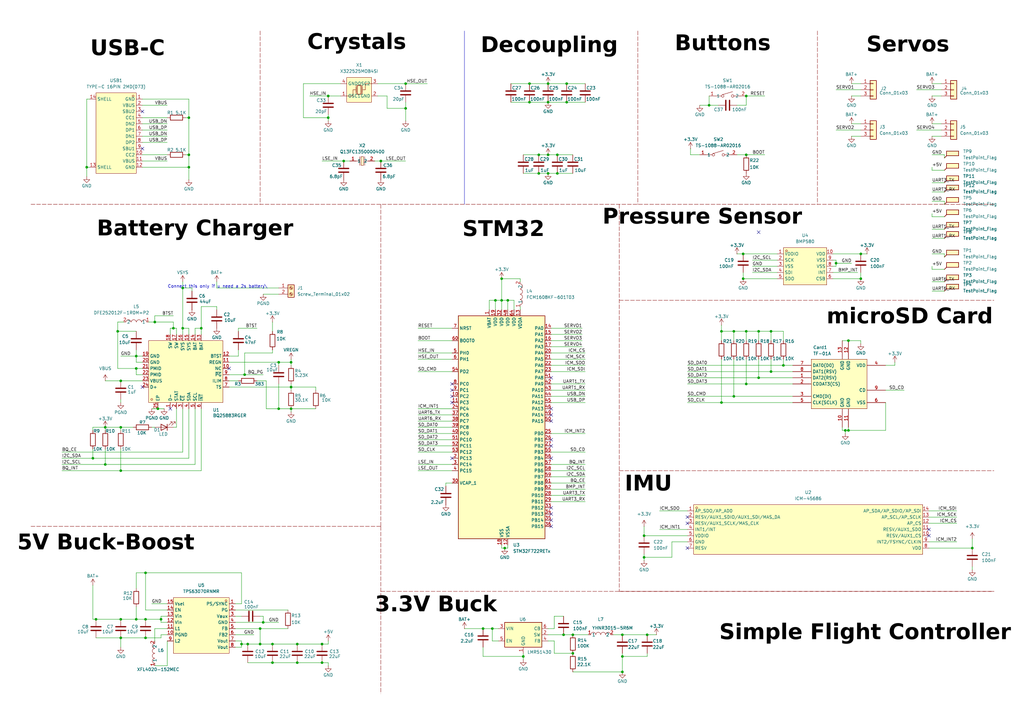
<source format=kicad_sch>
(kicad_sch (version 20250114) (generator "eeschema") (generator_version "9.0")
  (paper "A3")
  (text "Simple Flight Controller" (at 354.838 261.366 0) (effects (font (size 6.35 6.35))))
  (text "Pressure Sensor\n" (at 288.036 90.932 0) (effects (font (size 6.35 6.35))))
  (text "Decoupling" (at 225.298 20.574 0) (effects (font (size 6.35 6.35))))
  (text "3.3V Buck" (at 178.816 249.936 0) (effects (font (size 6.35 6.35))))
  (text "Buttons" (at 296.418 19.812 0) (effects (font (size 6.35 6.35))))
  (text "IMU" (at 265.938 200.406 0) (effects (font (size 6.35 6.35))))
  (text "USB-C" (at 52.324 21.844 0) (effects (font (size 6.35 6.35))))
  (text "Servos\n" (at 372.364 20.32 0) (effects (font (size 6.35 6.35))))
  (text "Connect this only if u need a 2s battery\\\n" (at 89.154 117.602 0) (effects (font (size 1.27 1.27))))
  (text "Battery Charger\n" (at 80.01 95.758 0) (effects (font (size 6.35 6.35))))
  (text "STM32\n" (at 206.502 96.012 0) (effects (font (size 6.35 6.35))))
  (text "Crystals" (at 146.304 19.304 0) (effects (font (size 6.35 6.35))))
  (text "microSD Card" (at 373.126 131.826 0) (effects (font (size 6.35 6.35))))
  (text "5V Buck-Boost" (at 43.434 224.536 0) (effects (font (size 6.35 6.35))))
  (junction (at 205.74 123.19))
  (junction (at 66.04 254))
  (junction (at 290.83 43.18))
  (junction (at 304.8 104.14))
  (junction (at 156.21 66.04))
  (junction (at 166.37 34.29))
  (junction (at 234.95 267.97))
  (junction (at 49.53 254))
  (junction (at 295.91 165.1))
  (junction (at 77.47 63.5))
  (junction (at 311.15 154.94))
  (junction (at 306.07 157.48))
  (junction (at 483.87 153.67))
  (junction (at 74.93 134.62))
  (junction (at 100.33 153.67))
  (junction (at 43.18 190.5))
  (junction (at 166.37 44.45))
  (junction (at 38.1 187.96))
  (junction (at 398.78 224.79))
  (junction (at 232.41 34.29))
  (junction (at 205.74 114.3))
  (junction (at 39.37 254))
  (junction (at 49.53 156.21))
  (junction (at 59.69 234.95))
  (junction (at 63.5 132.08))
  (junction (at 306.07 135.89))
  (junction (at 140.97 66.04))
  (junction (at 201.93 257.81))
  (junction (at 228.6 71.12))
  (junction (at 220.98 71.12))
  (junction (at 217.17 34.29))
  (junction (at 231.14 260.35))
  (junction (at 346.71 176.53))
  (junction (at 35.56 68.58))
  (junction (at 111.76 271.78))
  (junction (at 77.47 68.58))
  (junction (at 106.68 264.16))
  (junction (at 59.69 261.62))
  (junction (at 64.77 167.64))
  (junction (at 99.06 264.16))
  (junction (at 132.08 264.16))
  (junction (at 82.55 134.62))
  (junction (at 59.69 254))
  (junction (at 224.79 63.5))
  (junction (at 300.99 135.89))
  (junction (at 214.63 269.24))
  (junction (at 134.62 48.26))
  (junction (at 321.31 149.86))
  (junction (at 264.16 219.71))
  (junction (at 347.98 139.7))
  (junction (at 119.38 167.64))
  (junction (at 134.62 39.37))
  (junction (at 224.79 34.29))
  (junction (at 300.99 162.56))
  (junction (at 48.26 135.89))
  (junction (at 114.3 148.59))
  (junction (at 43.18 175.26))
  (junction (at 228.6 63.5))
  (junction (at 255.27 269.24))
  (junction (at 311.15 135.89))
  (junction (at 306.07 39.37))
  (junction (at 347.98 176.53))
  (junction (at 119.38 158.75))
  (junction (at 255.27 275.59))
  (junction (at 55.88 146.05))
  (junction (at 74.93 118.11))
  (junction (at 106.68 257.81))
  (junction (at 77.47 48.26))
  (junction (at 71.12 134.62))
  (junction (at 55.88 254))
  (junction (at 306.07 63.5))
  (junction (at 121.92 264.16))
  (junction (at 304.8 114.3))
  (junction (at 203.2 123.19))
  (junction (at 101.6 264.16))
  (junction (at 107.95 255.27))
  (junction (at 353.06 114.3))
  (junction (at 316.23 135.89))
  (junction (at 224.79 41.91))
  (junction (at 208.28 123.19))
  (junction (at 49.53 175.26))
  (junction (at 265.43 260.35))
  (junction (at 316.23 152.4))
  (junction (at 255.27 260.35))
  (junction (at 232.41 41.91))
  (junction (at 49.53 261.62))
  (junction (at 114.3 167.64))
  (junction (at 132.08 271.78))
  (junction (at 111.76 264.16))
  (junction (at 55.88 151.13))
  (junction (at 234.95 260.35))
  (junction (at 342.9 107.95))
  (junction (at 207.01 224.79))
  (junction (at 217.17 41.91))
  (junction (at 264.16 228.6))
  (junction (at 121.92 271.78))
  (junction (at 224.79 71.12))
  (junction (at 353.06 104.14))
  (junction (at 49.53 193.04))
  (junction (at 119.38 148.59))
  (junction (at 220.98 63.5))
  (junction (at 198.12 257.81))
  (junction (at 295.91 135.89))
  (no_connect (at 226.06 182.88))
  (no_connect (at 58.42 158.75))
  (no_connect (at 185.42 160.02))
  (no_connect (at 226.06 215.9))
  (no_connect (at 69.85 167.64))
  (no_connect (at 226.06 167.64))
  (no_connect (at 226.06 208.28))
  (no_connect (at 226.06 187.96))
  (no_connect (at 185.42 162.56))
  (no_connect (at 93.98 151.13))
  (no_connect (at 226.06 172.72))
  (no_connect (at 226.06 210.82))
  (no_connect (at 226.06 170.18))
  (no_connect (at 381 219.71))
  (no_connect (at 311.15 95.25))
  (no_connect (at 58.42 45.72))
  (no_connect (at 281.94 224.79))
  (no_connect (at 185.42 187.96))
  (no_connect (at 226.06 213.36))
  (no_connect (at 226.06 180.34))
  (no_connect (at 226.06 154.94))
  (no_connect (at 381 217.17))
  (no_connect (at 281.94 214.63))
  (no_connect (at 281.94 212.09))
  (no_connect (at 185.42 157.48))
  (no_connect (at 185.42 165.1))
  (no_connect (at 58.42 60.96))
  (wire (pts (xy 308.61 109.22) (xy 318.77 109.22)))
  (wire (pts (xy 35.56 68.58) (xy 36.83 68.58)))
  (wire (pts (xy 290.83 43.18) (xy 290.83 39.37)))
  (wire (pts (xy 171.45 177.8) (xy 185.42 177.8)))
  (wire (pts (xy 82.55 193.04) (xy 82.55 167.64)))
  (wire (pts (xy 375.92 36.83) (xy 386.08 36.83)))
  (wire (pts (xy 209.55 41.91) (xy 217.17 41.91)))
  (wire (pts (xy 316.23 147.32) (xy 316.23 152.4)))
  (wire (pts (xy 105.41 156.21) (xy 109.22 156.21)))
  (wire (pts (xy 398.78 233.68) (xy 398.78 232.41)))
  (wire (pts (xy 158.75 39.37) (xy 158.75 44.45)))
  (wire (pts (xy 114.3 255.27) (xy 107.95 255.27)))
  (wire (pts (xy 48.26 132.08) (xy 48.26 135.89)))
  (wire (pts (xy 134.62 48.26) (xy 134.62 46.99)))
  (wire (pts (xy 99.06 262.89) (xy 99.06 264.16)))
  (wire (pts (xy 171.45 172.72) (xy 185.42 172.72)))
  (wire (pts (xy 295.91 133.35) (xy 295.91 135.89)))
  (wire (pts (xy 158.75 39.37) (xy 154.94 39.37)))
  (wire (pts (xy 382.27 50.8) (xy 386.08 50.8)))
  (wire (pts (xy 321.31 139.7) (xy 321.31 135.89)))
  (wire (pts (xy 107.95 252.73) (xy 106.68 252.73)))
  (wire (pts (xy 240.03 149.86) (xy 226.06 149.86)))
  (wire (pts (xy 353.06 111.76) (xy 353.06 114.3)))
  (wire (pts (xy 99.06 264.16) (xy 99.06 265.43)))
  (wire (pts (xy 63.5 129.54) (xy 63.5 132.08)))
  (wire (pts (xy 224.79 262.89) (xy 227.33 262.89)))
  (wire (pts (xy 66.04 260.35) (xy 66.04 261.62)))
  (wire (pts (xy 392.43 212.09) (xy 381 212.09)))
  (wire (pts (xy 55.88 234.95) (xy 59.69 234.95)))
  (wire (pts (xy 25.4 187.96) (xy 38.1 187.96)))
  (wire (pts (xy 171.45 167.64) (xy 185.42 167.64)))
  (wire (pts (xy 228.6 63.5) (xy 234.95 63.5)))
  (wire (pts (xy 78.74 118.11) (xy 78.74 119.38)))
  (wire (pts (xy 158.75 44.45) (xy 166.37 44.45)))
  (wire (pts (xy 100.33 153.67) (xy 107.95 153.67)))
  (wire (pts (xy 387.35 83.82) (xy 387.35 82.55)))
  (wire (pts (xy 205.74 114.3) (xy 213.36 114.3)))
  (wire (pts (xy 224.79 41.91) (xy 232.41 41.91)))
  (wire (pts (xy 224.79 34.29) (xy 217.17 34.29)))
  (wire (pts (xy 99.06 265.43) (xy 96.52 265.43)))
  (wire (pts (xy 316.23 135.89) (xy 316.23 139.7)))
  (wire (pts (xy 58.42 48.26) (xy 68.58 48.26)))
  (wire (pts (xy 382.27 87.63) (xy 382.27 88.9)))
  (wire (pts (xy 36.83 40.64) (xy 35.56 40.64)))
  (wire (pts (xy 198.12 265.43) (xy 198.12 269.24)))
  (wire (pts (xy 342.9 36.83) (xy 353.06 36.83)))
  (wire (pts (xy 264.16 215.9) (xy 264.16 219.71)))
  (wire (pts (xy 99.06 247.65) (xy 96.52 247.65)))
  (wire (pts (xy 132.08 66.04) (xy 140.97 66.04)))
  (wire (pts (xy 171.45 180.34) (xy 185.42 180.34)))
  (wire (pts (xy 382.27 104.14) (xy 387.35 104.14)))
  (wire (pts (xy 38.1 187.96) (xy 77.47 187.96)))
  (wire (pts (xy 119.38 147.32) (xy 119.38 148.59)))
  (wire (pts (xy 306.07 43.18) (xy 302.26 43.18)))
  (wire (pts (xy 382.27 34.29) (xy 386.08 34.29)))
  (wire (pts (xy 342.9 106.68) (xy 341.63 106.68)))
  (wire (pts (xy 97.79 134.62) (xy 97.79 135.89)))
  (wire (pts (xy 43.18 190.5) (xy 80.01 190.5)))
  (wire (pts (xy 48.26 151.13) (xy 55.88 151.13)))
  (wire (pts (xy 295.91 135.89) (xy 295.91 139.7)))
  (wire (pts (xy 55.88 143.51) (xy 55.88 146.05)))
  (polyline (pts (xy 254 193.04) (xy 407.67 193.04)) (stroke (width 0) (type dash) (color 132 0 0 1)))
  (wire (pts (xy 387.35 110.49) (xy 382.27 110.49)))
  (wire (pts (xy 96.52 257.81) (xy 106.68 257.81)))
  (wire (pts (xy 382.27 93.98) (xy 387.35 93.98)))
  (wire (pts (xy 214.63 267.97) (xy 214.63 269.24)))
  (wire (pts (xy 281.94 149.86) (xy 321.31 149.86)))
  (wire (pts (xy 321.31 147.32) (xy 321.31 149.86)))
  (wire (pts (xy 69.85 134.62) (xy 71.12 134.62)))
  (wire (pts (xy 171.45 185.42) (xy 185.42 185.42)))
  (wire (pts (xy 240.03 147.32) (xy 226.06 147.32)))
  (wire (pts (xy 171.45 190.5) (xy 185.42 190.5)))
  (wire (pts (xy 49.53 165.1) (xy 49.53 163.83)))
  (wire (pts (xy 264.16 228.6) (xy 264.16 227.33)))
  (wire (pts (xy 398.78 220.98) (xy 398.78 224.79)))
  (wire (pts (xy 281.94 222.25) (xy 275.59 222.25)))
  (wire (pts (xy 139.7 34.29) (xy 124.46 34.29)))
  (wire (pts (xy 111.76 264.16) (xy 121.92 264.16)))
  (wire (pts (xy 48.26 135.89) (xy 55.88 135.89)))
  (wire (pts (xy 74.93 134.62) (xy 74.93 137.16)))
  (wire (pts (xy 96.52 262.89) (xy 99.06 262.89)))
  (wire (pts (xy 240.03 185.42) (xy 226.06 185.42)))
  (wire (pts (xy 300.99 135.89) (xy 306.07 135.89)))
  (wire (pts (xy 140.97 66.04) (xy 143.51 66.04)))
  (wire (pts (xy 171.45 175.26) (xy 185.42 175.26)))
  (wire (pts (xy 349.25 34.29) (xy 353.06 34.29)))
  (wire (pts (xy 482.6 148.59) (xy 497.84 148.59)))
  (wire (pts (xy 96.52 255.27) (xy 107.95 255.27)))
  (wire (pts (xy 308.61 106.68) (xy 318.77 106.68)))
  (wire (pts (xy 100.33 144.78) (xy 100.33 153.67)))
  (wire (pts (xy 203.2 123.19) (xy 205.74 123.19)))
  (polyline (pts (xy 12.7 215.9) (xy 156.21 215.9)) (stroke (width 0) (type dash) (color 132 0 0 1)))
  (wire (pts (xy 308.61 111.76) (xy 318.77 111.76)))
  (wire (pts (xy 341.63 109.22) (xy 342.9 109.22)))
  (wire (pts (xy 129.54 158.75) (xy 129.54 160.02)))
  (wire (pts (xy 77.47 40.64) (xy 77.47 48.26)))
  (wire (pts (xy 134.62 49.53) (xy 134.62 48.26)))
  (wire (pts (xy 347.98 175.26) (xy 347.98 176.53)))
  (wire (pts (xy 363.22 165.1) (xy 363.22 176.53)))
  (wire (pts (xy 214.63 269.24) (xy 214.63 270.51)))
  (wire (pts (xy 345.44 139.7) (xy 347.98 139.7)))
  (wire (pts (xy 35.56 40.64) (xy 35.56 68.58)))
  (wire (pts (xy 71.12 132.08) (xy 71.12 134.62)))
  (wire (pts (xy 270.51 209.55) (xy 281.94 209.55)))
  (wire (pts (xy 69.85 137.16) (xy 69.85 134.62)))
  (wire (pts (xy 49.53 175.26) (xy 49.53 176.53)))
  (wire (pts (xy 93.98 148.59) (xy 114.3 148.59)))
  (wire (pts (xy 341.63 114.3) (xy 353.06 114.3)))
  (wire (pts (xy 311.15 135.89) (xy 316.23 135.89)))
  (wire (pts (xy 114.3 120.65) (xy 107.95 120.65)))
  (wire (pts (xy 205.74 123.19) (xy 208.28 123.19)))
  (wire (pts (xy 66.04 252.73) (xy 68.58 252.73)))
  (wire (pts (xy 240.03 177.8) (xy 226.06 177.8)))
  (wire (pts (xy 281.94 165.1) (xy 295.91 165.1)))
  (wire (pts (xy 49.53 146.05) (xy 55.88 146.05)))
  (wire (pts (xy 346.71 176.53) (xy 346.71 177.8)))
  (wire (pts (xy 353.06 139.7) (xy 347.98 139.7)))
  (wire (pts (xy 156.21 66.04) (xy 153.67 66.04)))
  (polyline (pts (xy 156.21 242.57) (xy 407.67 242.57)) (stroke (width 0) (type dash) (color 132 0 0 1)))
  (wire (pts (xy 106.68 257.81) (xy 106.68 264.16)))
  (wire (pts (xy 49.53 156.21) (xy 58.42 156.21)))
  (wire (pts (xy 88.9 127) (xy 88.9 125.73)))
  (wire (pts (xy 275.59 228.6) (xy 264.16 228.6)))
  (wire (pts (xy 74.93 118.11) (xy 74.93 134.62)))
  (wire (pts (xy 58.42 148.59) (xy 55.88 148.59)))
  (wire (pts (xy 88.9 115.57) (xy 88.9 118.11)))
  (wire (pts (xy 77.47 73.66) (xy 77.47 68.58)))
  (wire (pts (xy 80.01 190.5) (xy 80.01 167.64)))
  (wire (pts (xy 287.02 43.18) (xy 290.83 43.18)))
  (wire (pts (xy 214.63 71.12) (xy 220.98 71.12)))
  (wire (pts (xy 171.45 193.04) (xy 185.42 193.04)))
  (wire (pts (xy 283.21 60.96) (xy 283.21 63.5)))
  (wire (pts (xy 106.68 264.16) (xy 111.76 264.16)))
  (wire (pts (xy 306.07 157.48) (xy 325.12 157.48)))
  (wire (pts (xy 68.58 262.89) (xy 68.58 273.05)))
  (wire (pts (xy 234.95 275.59) (xy 255.27 275.59)))
  (wire (pts (xy 106.68 257.81) (xy 118.11 257.81)))
  (wire (pts (xy 234.95 260.35) (xy 241.3 260.35)))
  (wire (pts (xy 226.06 157.48) (xy 240.03 157.48)))
  (wire (pts (xy 63.5 175.26) (xy 62.23 175.26)))
  (wire (pts (xy 74.93 185.42) (xy 74.93 167.64)))
  (wire (pts (xy 240.03 198.12) (xy 226.06 198.12)))
  (wire (pts (xy 58.42 153.67) (xy 55.88 153.67)))
  (wire (pts (xy 171.45 147.32) (xy 185.42 147.32)))
  (wire (pts (xy 134.62 264.16) (xy 132.08 264.16)))
  (wire (pts (xy 382.27 68.58) (xy 382.27 69.85)))
  (wire (pts (xy 382.27 82.55) (xy 387.35 82.55)))
  (wire (pts (xy 251.46 260.35) (xy 255.27 260.35)))
  (wire (pts (xy 76.2 63.5) (xy 77.47 63.5)))
  (wire (pts (xy 208.28 224.79) (xy 207.01 224.79)))
  (wire (pts (xy 255.27 269.24) (xy 255.27 275.59)))
  (wire (pts (xy 204.47 262.89) (xy 201.93 262.89)))
  (wire (pts (xy 48.26 132.08) (xy 50.8 132.08)))
  (wire (pts (xy 304.8 111.76) (xy 304.8 114.3)))
  (wire (pts (xy 35.56 68.58) (xy 35.56 72.39)))
  (wire (pts (xy 482.6 153.67) (xy 483.87 153.67)))
  (wire (pts (xy 349.25 50.8) (xy 353.06 50.8)))
  (wire (pts (xy 59.69 261.62) (xy 66.04 261.62)))
  (wire (pts (xy 210.82 127) (xy 210.82 123.19)))
  (wire (pts (xy 382.27 74.93) (xy 387.35 74.93)))
  (wire (pts (xy 38.1 254) (xy 39.37 254)))
  (wire (pts (xy 220.98 63.5) (xy 224.79 63.5)))
  (wire (pts (xy 171.45 134.62) (xy 185.42 134.62)))
  (wire (pts (xy 392.43 214.63) (xy 381 214.63)))
  (wire (pts (xy 240.03 195.58) (xy 226.06 195.58)))
  (wire (pts (xy 93.98 146.05) (xy 97.79 146.05)))
  (wire (pts (xy 58.42 63.5) (xy 68.58 63.5)))
  (wire (pts (xy 99.06 264.16) (xy 101.6 264.16)))
  (wire (pts (xy 306.07 147.32) (xy 306.07 157.48)))
  (wire (pts (xy 58.42 40.64) (xy 77.47 40.64)))
  (wire (pts (xy 156.21 66.04) (xy 166.37 66.04)))
  (wire (pts (xy 77.47 68.58) (xy 58.42 68.58)))
  (wire (pts (xy 72.39 134.62) (xy 72.39 137.16)))
  (wire (pts (xy 68.58 58.42) (xy 58.42 58.42)))
  (wire (pts (xy 101.6 264.16) (xy 106.68 264.16)))
  (wire (pts (xy 109.22 167.64) (xy 114.3 167.64)))
  (wire (pts (xy 300.99 147.32) (xy 300.99 162.56)))
  (wire (pts (xy 240.03 152.4) (xy 226.06 152.4)))
  (wire (pts (xy 375.92 53.34) (xy 386.08 53.34)))
  (polyline (pts (xy 254 123.19) (xy 407.67 123.19)) (stroke (width 0) (type dash) (color 132 0 0 1)))
  (wire (pts (xy 60.96 132.08) (xy 63.5 132.08)))
  (wire (pts (xy 224.79 63.5) (xy 228.6 63.5)))
  (wire (pts (xy 38.1 240.03) (xy 38.1 254)))
  (wire (pts (xy 349.25 107.95) (xy 342.9 107.95)))
  (wire (pts (xy 55.88 146.05) (xy 58.42 146.05)))
  (wire (pts (xy 114.3 149.86) (xy 114.3 148.59)))
  (wire (pts (xy 25.4 193.04) (xy 49.53 193.04)))
  (wire (pts (xy 224.79 260.35) (xy 231.14 260.35)))
  (wire (pts (xy 200.66 127) (xy 200.66 123.19)))
  (wire (pts (xy 166.37 44.45) (xy 166.37 49.53)))
  (wire (pts (xy 124.46 48.26) (xy 134.62 48.26)))
  (wire (pts (xy 227.33 267.97) (xy 234.95 267.97)))
  (wire (pts (xy 281.94 162.56) (xy 300.99 162.56)))
  (wire (pts (xy 171.45 144.78) (xy 185.42 144.78)))
  (wire (pts (xy 63.5 257.81) (xy 63.5 262.89)))
  (polyline (pts (xy 190.5 12.7) (xy 190.5 83.82)))
  (wire (pts (xy 382.27 119.38) (xy 387.35 119.38)))
  (wire (pts (xy 240.03 162.56) (xy 226.06 162.56)))
  (wire (pts (xy 306.07 39.37) (xy 313.69 39.37)))
  (wire (pts (xy 111.76 144.78) (xy 111.76 143.51)))
  (wire (pts (xy 226.06 142.24) (xy 238.76 142.24)))
  (polyline (pts (xy 12.7 83.82) (xy 407.67 83.82)) (stroke (width 0) (type dash) (color 132 0 0 1)))
  (wire (pts (xy 171.45 152.4) (xy 185.42 152.4)))
  (wire (pts (xy 134.62 271.78) (xy 132.08 271.78)))
  (wire (pts (xy 227.33 252.73) (xy 227.33 257.81)))
  (wire (pts (xy 201.93 257.81) (xy 204.47 257.81)))
  (wire (pts (xy 302.26 104.14) (xy 304.8 104.14)))
  (wire (pts (xy 311.15 147.32) (xy 311.15 154.94)))
  (wire (pts (xy 55.88 248.92) (xy 55.88 254)))
  (wire (pts (xy 111.76 271.78) (xy 121.92 271.78)))
  (wire (pts (xy 97.79 146.05) (xy 97.79 143.51)))
  (wire (pts (xy 342.9 107.95) (xy 342.9 106.68)))
  (polyline (pts (xy 254 83.82) (xy 254 242.57)) (stroke (width 0) (type dash) (color 132 0 0 1)))
  (wire (pts (xy 48.26 135.89) (xy 48.26 151.13)))
  (wire (pts (xy 387.35 64.77) (xy 387.35 63.5)))
  (wire (pts (xy 82.55 134.62) (xy 82.55 137.16)))
  (wire (pts (xy 190.5 257.81) (xy 198.12 257.81)))
  (polyline (pts (xy 335.28 12.7) (xy 335.28 83.82)) (stroke (width 0) (type dash) (color 132 0 0 1)))
  (wire (pts (xy 68.58 273.05) (xy 63.5 273.05)))
  (wire (pts (xy 59.69 250.19) (xy 59.69 234.95)))
  (wire (pts (xy 119.38 160.02) (xy 119.38 158.75)))
  (wire (pts (xy 347.98 176.53) (xy 346.71 176.53)))
  (wire (pts (xy 77.47 48.26) (xy 77.47 63.5)))
  (wire (pts (xy 134.62 39.37) (xy 139.7 39.37)))
  (polyline (pts (xy 156.21 83.82) (xy 156.21 215.9)) (stroke (width 0) (type dash) (color 132 0 0 1)))
  (wire (pts (xy 203.2 123.19) (xy 203.2 127)))
  (wire (pts (xy 76.2 48.26) (xy 77.47 48.26)))
  (wire (pts (xy 38.1 175.26) (xy 38.1 176.53)))
  (wire (pts (xy 77.47 187.96) (xy 77.47 167.64)))
  (wire (pts (xy 281.94 152.4) (xy 316.23 152.4)))
  (wire (pts (xy 311.15 154.94) (xy 325.12 154.94)))
  (wire (pts (xy 226.06 160.02) (xy 240.03 160.02)))
  (wire (pts (xy 55.88 241.3) (xy 55.88 234.95)))
  (wire (pts (xy 255.27 267.97) (xy 255.27 269.24)))
  (wire (pts (xy 171.45 170.18) (xy 185.42 170.18)))
  (wire (pts (xy 294.64 43.18) (xy 290.83 43.18)))
  (wire (pts (xy 175.26 34.29) (xy 166.37 34.29)))
  (wire (pts (xy 124.46 34.29) (xy 124.46 48.26)))
  (wire (pts (xy 59.69 254) (xy 66.04 254)))
  (wire (pts (xy 217.17 34.29) (xy 209.55 34.29)))
  (wire (pts (xy 55.88 153.67) (xy 55.88 151.13)))
  (wire (pts (xy 43.18 156.21) (xy 49.53 156.21)))
  (wire (pts (xy 214.63 63.5) (xy 220.98 63.5)))
  (wire (pts (xy 306.07 39.37) (xy 306.07 43.18)))
  (wire (pts (xy 349.25 55.88) (xy 353.06 55.88)))
  (wire (pts (xy 255.27 269.24) (xy 265.43 269.24)))
  (wire (pts (xy 382.27 97.79) (xy 387.35 97.79)))
  (wire (pts (xy 205.74 224.79) (xy 207.01 224.79)))
  (wire (pts (xy 213.36 125.73) (xy 213.36 127)))
  (wire (pts (xy 306.07 63.5) (xy 313.69 63.5)))
  (wire (pts (xy 119.38 148.59) (xy 119.38 149.86)))
  (wire (pts (xy 226.06 139.7) (xy 238.76 139.7)))
  (wire (pts (xy 171.45 182.88) (xy 185.42 182.88)))
  (wire (pts (xy 240.03 190.5) (xy 226.06 190.5)))
  (wire (pts (xy 306.07 135.89) (xy 311.15 135.89)))
  (wire (pts (xy 269.24 260.35) (xy 265.43 260.35)))
  (wire (pts (xy 55.88 254) (xy 59.69 254)))
  (wire (pts (xy 93.98 158.75) (xy 119.38 158.75)))
  (wire (pts (xy 38.1 175.26) (xy 43.18 175.26)))
  (wire (pts (xy 316.23 152.4) (xy 325.12 152.4)))
  (wire (pts (xy 105.41 134.62) (xy 97.79 134.62)))
  (wire (pts (xy 205.74 123.19) (xy 205.74 127)))
  (wire (pts (xy 295.91 135.89) (xy 300.99 135.89)))
  (wire (pts (xy 264.16 229.87) (xy 264.16 228.6)))
  (wire (pts (xy 226.06 205.74) (xy 240.03 205.74)))
  (wire (pts (xy 39.37 254) (xy 49.53 254)))
  (wire (pts (xy 82.55 125.73) (xy 82.55 134.62)))
  (wire (pts (xy 114.3 167.64) (xy 119.38 167.64)))
  (wire (pts (xy 392.43 222.25) (xy 381 222.25)))
  (wire (pts (xy 302.26 63.5) (xy 306.07 63.5)))
  (wire (pts (xy 367.03 148.59) (xy 367.03 149.86)))
  (wire (pts (xy 39.37 261.62) (xy 49.53 261.62)))
  (wire (pts (xy 62.23 167.64) (xy 64.77 167.64)))
  (wire (pts (xy 49.53 254) (xy 55.88 254)))
  (wire (pts (xy 134.62 262.89) (xy 134.62 264.16)))
  (wire (pts (xy 208.28 223.52) (xy 208.28 224.79)))
  (wire (pts (xy 208.28 123.19) (xy 208.28 127)))
  (wire (pts (xy 66.04 255.27) (xy 66.04 254)))
  (wire (pts (xy 100.33 153.67) (xy 93.98 153.67)))
  (wire (pts (xy 182.88 199.39) (xy 182.88 198.12)))
  (wire (pts (xy 300.99 135.89) (xy 300.99 139.7)))
  (wire (pts (xy 63.5 132.08) (xy 71.12 132.08)))
  (wire (pts (xy 71.12 129.54) (xy 63.5 129.54)))
  (wire (pts (xy 198.12 269.24) (xy 214.63 269.24)))
  (wire (pts (xy 342.9 109.22) (xy 342.9 107.95)))
  (wire (pts (xy 265.43 269.24) (xy 265.43 267.97)))
  (wire (pts (xy 101.6 271.78) (xy 111.76 271.78)))
  (wire (pts (xy 304.8 114.3) (xy 318.77 114.3)))
  (wire (pts (xy 349.25 39.37) (xy 353.06 39.37)))
  (wire (pts (xy 387.35 69.85) (xy 382.27 69.85)))
  (wire (pts (xy 382.27 39.37) (xy 386.08 39.37)))
  (wire (pts (xy 497.84 148.59) (xy 497.84 170.18)))
  (wire (pts (xy 119.38 158.75) (xy 129.54 158.75)))
  (wire (pts (xy 97.79 156.21) (xy 93.98 156.21)))
  (wire (pts (xy 201.93 257.81) (xy 201.93 262.89)))
  (wire (pts (xy 342.9 53.34) (xy 353.06 53.34)))
  (wire (pts (xy 220.98 71.12) (xy 224.79 71.12)))
  (wire (pts (xy 228.6 71.12) (xy 234.95 71.12)))
  (wire (pts (xy 119.38 167.64) (xy 129.54 167.64)))
  (wire (pts (xy 224.79 71.12) (xy 228.6 71.12)))
  (wire (pts (xy 226.06 144.78) (xy 240.03 144.78)))
  (wire (pts (xy 345.44 176.53) (xy 346.71 176.53)))
  (wire (pts (xy 311.15 135.89) (xy 311.15 139.7)))
  (wire (pts (xy 231.14 252.73) (xy 227.33 252.73)))
  (wire (pts (xy 72.39 175.26) (xy 71.12 175.26)))
  (wire (pts (xy 306.07 135.89) (xy 306.07 139.7)))
  (wire (pts (xy 49.53 184.15) (xy 49.53 193.04)))
  (wire (pts (xy 74.93 115.57) (xy 74.93 118.11)))
  (wire (pts (xy 382.27 115.57) (xy 387.35 115.57)))
  (wire (pts (xy 78.74 118.11) (xy 74.93 118.11)))
  (wire (pts (xy 71.12 134.62) (xy 72.39 134.62)))
  (polyline (pts (xy 106.68 12.7) (xy 106.68 83.82)) (stroke (width 0) (type dash) (color 132 0 0 1)))
  (wire (pts (xy 111.76 144.78) (xy 100.33 144.78)))
  (wire (pts (xy 88.9 125.73) (xy 82.55 125.73)))
  (wire (pts (xy 25.4 185.42) (xy 74.93 185.42)))
  (wire (pts (xy 483.87 153.67) (xy 483.87 151.13)))
  (wire (pts (xy 367.03 149.86) (xy 363.22 149.86)))
  (wire (pts (xy 62.23 247.65) (xy 68.58 247.65)))
  (wire (pts (xy 300.99 162.56) (xy 325.12 162.56)))
  (polyline (pts (xy 254 242.57) (xy 407.67 242.57)) (stroke (width 0) (type dash) (color 132 0 0 1)))
  (wire (pts (xy 109.22 156.21) (xy 109.22 167.64)))
  (wire (pts (xy 363.22 176.53) (xy 347.98 176.53)))
  (wire (pts (xy 64.77 167.64) (xy 67.31 167.64)))
  (wire (pts (xy 200.66 123.19) (xy 203.2 123.19)))
  (wire (pts (xy 80.01 137.16) (xy 80.01 134.62)))
  (wire (pts (xy 107.95 252.73) (xy 107.95 255.27)))
  (wire (pts (xy 264.16 219.71) (xy 281.94 219.71)))
  (wire (pts (xy 226.06 203.2) (xy 240.03 203.2)))
  (wire (pts (xy 68.58 55.88) (xy 58.42 55.88)))
  (wire (pts (xy 382.27 63.5) (xy 387.35 63.5)))
  (wire (pts (xy 96.52 250.19) (xy 118.11 250.19)))
  (wire (pts (xy 43.18 184.15) (xy 43.18 190.5)))
  (wire (pts (xy 387.35 105.41) (xy 387.35 104.14)))
  (wire (pts (xy 119.38 157.48) (xy 119.38 158.75)))
  (wire (pts (xy 55.88 146.05) (xy 55.88 148.59)))
  (wire (pts (xy 72.39 167.64) (xy 72.39 175.26)))
  (wire (pts (xy 224.79 34.29) (xy 232.41 34.29)))
  (wire (pts (xy 231.14 260.35) (xy 234.95 260.35)))
  (wire (pts (xy 240.03 165.1) (xy 226.06 165.1)))
  (wire (pts (xy 49.53 261.62) (xy 59.69 261.62)))
  (wire (pts (xy 121.92 264.16) (xy 132.08 264.16)))
  (wire (pts (xy 49.53 193.04) (xy 82.55 193.04)))
  (wire (pts (xy 38.1 184.15) (xy 38.1 187.96)))
  (wire (pts (xy 121.92 271.78) (xy 132.08 271.78)))
  (wire (pts (xy 295.91 165.1) (xy 325.12 165.1)))
  (wire (pts (xy 68.58 43.18) (xy 58.42 43.18)))
  (wire (pts (xy 119.38 167.64) (xy 119.38 168.91)))
  (wire (pts (xy 382.27 55.88) (xy 386.08 55.88)))
  (wire (pts (xy 217.17 41.91) (xy 224.79 41.91)))
  (wire (pts (xy 88.9 118.11) (xy 114.3 118.11)))
  (wire (pts (xy 232.41 41.91) (xy 240.03 41.91)))
  (wire (pts (xy 382.27 78.74) (xy 387.35 78.74)))
  (wire (pts (xy 77.47 63.5) (xy 77.47 68.58)))
  (wire (pts (xy 111.76 132.08) (xy 111.76 135.89)))
  (wire (pts (xy 80.01 134.62) (xy 82.55 134.62)))
  (wire (pts (xy 96.52 260.35) (xy 104.14 260.35)))
  (wire (pts (xy 370.84 160.02) (xy 363.22 160.02)))
  (wire (pts (xy 238.76 137.16) (xy 226.06 137.16)))
  (wire (pts (xy 283.21 63.5) (xy 287.02 63.5)))
  (wire (pts (xy 392.43 209.55) (xy 381 209.55)))
  (wire (pts (xy 55.88 151.13) (xy 58.42 151.13)))
  (wire (pts (xy 483.87 151.13) (xy 482.6 151.13)))
  (wire (pts (xy 66.04 260.35) (xy 68.58 260.35)))
  (wire (pts (xy 205.74 114.3) (xy 205.74 123.19)))
  (wire (pts (xy 68.58 66.04) (xy 58.42 66.04)))
  (wire (pts (xy 166.37 44.45) (xy 166.37 41.91)))
  (wire (pts (xy 227.33 262.89) (xy 227.33 267.97)))
  (wire (pts (xy 341.63 104.14) (xy 353.06 104.14)))
  (wire (pts (xy 275.59 222.25) (xy 275.59 228.6)))
  (wire (pts (xy 77.47 137.16) (xy 77.47 134.62)))
  (wire (pts (xy 68.58 250.19) (xy 59.69 250.19)))
  (wire (pts (xy 238.76 134.62) (xy 226.06 134.62)))
  (wire (pts (xy 114.3 157.48) (xy 114.3 167.64)))
  (wire (pts (xy 316.23 135.89) (xy 321.31 135.89)))
  (wire (pts (xy 25.4 190.5) (xy 43.18 190.5)))
  (wire (pts (xy 304.8 104.14) (xy 318.77 104.14)))
  (wire (pts (xy 134.62 273.05) (xy 134.62 271.78)))
  (wire (pts (xy 68.58 53.34) (xy 58.42 53.34)))
  (wire (pts (xy 345.44 175.26) (xy 345.44 176.53)))
  (wire (pts (xy 49.53 175.26) (xy 43.18 175.26)))
  (wire (pts (xy 171.45 139.7) (xy 185.42 139.7)))
  (wire (pts (xy 114.3 148.59) (xy 119.38 148.59)))
  (wire (pts (xy 182.88 198.12) (xy 185.42 198.12)))
  (wire (pts (xy 68.58 257.81) (xy 63.5 257.81)))
  (wire (pts (xy 49.53 175.26) (xy 54.61 175.26)))
  (wire (pts (xy 68.58 50.8) (xy 58.42 50.8)))
  (wire (pts (xy 381 224.79) (xy 398.78 224.79)))
  (wire (pts (xy 382.27 109.22) (xy 382.27 110.49)))
  (wire (pts (xy 59.69 234.95) (xy 99.06 234.95)))
  (wire (pts (xy 270.51 217.17) (xy 281.94 217.17)))
  (polyline (pts (xy 156.21 215.9) (xy 156.21 284.48)) (stroke (width 0) (type dash) (color 132 0 0 1)))
  (wire (pts (xy 281.94 154.94) (xy 311.15 154.94)))
  (wire (pts (xy 240.03 193.04) (xy 226.06 193.04)))
  (wire (pts (xy 353.06 140.97) (xy 353.06 139.7)))
  (wire (pts (xy 355.6 104.14) (xy 353.06 104.14)))
  (wire (pts (xy 198.12 257.81) (xy 201.93 257.81)))
  (wire (pts (xy 154.94 34.29) (xy 166.37 34.29)))
  (wire (pts (xy 127 39.37) (xy 134.62 39.37)))
  (polyline (pts (xy 261.62 12.7) (xy 261.62 83.82)) (stroke (width 0) (type dash) (color 132 0 0 1)))
  (wire (pts (xy 281.94 157.48) (xy 306.07 157.48)))
  (wire (pts (xy 295.91 147.32) (xy 295.91 165.1)))
  (wire (pts (xy 240.03 34.29) (xy 232.41 34.29)))
  (wire (pts (xy 99.06 234.95) (xy 99.06 247.65)))
  (wire (pts (xy 351.79 111.76) (xy 341.63 111.76)))
  (wire (pts (xy 387.35 88.9) (xy 382.27 88.9)))
  (wire (pts (xy 210.82 123.19) (xy 208.28 123.19)))
  (wire (pts (xy 483.87 153.67) (xy 492.76 153.67)))
  (wire (pts (xy 96.52 252.73) (xy 99.06 252.73)))
  (wire (pts (xy 255.27 260.35) (xy 265.43 260.35)))
  (wire (pts (xy 77.47 134.62) (xy 74.93 134.62)))
  (wire (pts (xy 43.18 175.26) (xy 43.18 176.53)))
  (wire (pts (xy 240.03 200.66) (xy 226.06 200.66)))
  (wire (pts (xy 227.33 257.81) (xy 224.79 257.81)))
  (wire (pts (xy 68.58 255.27) (xy 66.04 255.27)))
  (wire (pts (xy 213.36 114.3) (xy 213.36 115.57)))
  (wire (pts (xy 66.04 254) (xy 66.04 252.73)))
  (wire (pts (xy 49.53 261.62) (xy 49.53 265.43)))
  (wire (pts (xy 205.74 223.52) (xy 205.74 224.79)))
  (wire (pts (xy 321.31 149.86) (xy 325.12 149.86)))
  (label "UART6_TX" (at 382.27 115.57 0))
  (label "SD_DAT1" (at 281.94 152.4 0))
  (label "UART3_TX" (at 382.27 74.93 0))
  (label "+5V" (at 382.27 68.58 0))
  (label "ICM_CS" (at 240.03 144.78 180))
  (label "ICM_SCK" (at 392.43 212.09 180))
  (label "I2C_SCL" (at 25.4 190.5 0))
  (label "USB_DP" (at 68.58 58.42 180))
  (label "SD_DAT0" (at 171.45 175.26 0))
  (label "LSE_IN" (at 171.45 190.5 0))
  (label "SD_CMD" (at 281.94 162.56 0))
  (label "BQ_CE" (at 25.4 185.42 0))
  (label "BQ_PG" (at 107.95 153.67 180))
  (label "USB_DP" (at 68.58 53.34 180))
  (label "GND" (at 114.3 255.27 180))
  (label "GND" (at 308.61 109.22 0))
  (label "GND" (at 349.25 107.95 180))
  (label "LSE_OUT" (at 171.45 193.04 0))
  (label "ICM_INT2" (at 240.03 177.8 180))
  (label "ICM_SCK" (at 240.03 147.32 180))
  (label "VBUS" (at 68.58 66.04 180))
  (label "SERVO3" (at 238.76 139.7 180))
  (label "ICM_INT1" (at 171.45 167.64 0))
  (label "UART6_RX" (at 171.45 172.72 0))
  (label "BTST" (at 71.12 129.54 180))
  (label "BOOT" (at 171.45 139.7 0))
  (label "BOOT" (at 313.69 63.5 180))
  (label "BTST" (at 105.41 134.62 180))
  (label "SERVO2" (at 238.76 137.16 180))
  (label "I2C_SDA" (at 25.4 187.96 0))
  (label "SERVO2" (at 342.9 53.34 0))
  (label "HSE_IN" (at 127 39.37 0))
  (label "ICM_CS" (at 392.43 214.63 180))
  (label "VBUS" (at 68.58 43.18 180))
  (label "BQ_INT" (at 25.4 193.04 0))
  (label "USB_DN" (at 68.58 55.88 180))
  (label "SD_DAT2" (at 281.94 154.94 0))
  (label "SD_CD" (at 370.84 160.02 180))
  (label "GND" (at 62.23 247.65 0))
  (label "LSE_OUT" (at 166.37 66.04 180))
  (label "UART6_RX" (at 382.27 119.38 0))
  (label "ICM_SDO" (at 270.51 209.55 0))
  (label "GND" (at 382.27 82.55 0))
  (label "RESET" (at 313.69 39.37 180))
  (label "GND" (at 104.14 260.35 180))
  (label "BMP_INT" (at 240.03 200.66 180))
  (label "+5V" (at 382.27 87.63 0))
  (label "SERVO1" (at 342.9 36.83 0))
  (label "+5V" (at 382.27 109.22 0))
  (label "UART1_TX" (at 240.03 157.48 180))
  (label "ICM_INT1" (at 270.51 217.17 0))
  (label "GND" (at 49.53 146.05 0))
  (label "SD_CD" (at 240.03 185.42 180))
  (label "UART1_RX" (at 382.27 97.79 0))
  (label "I2C_SCL" (at 308.61 106.68 0))
  (label "ICM_SDI" (at 240.03 152.4 180))
  (label "SERVO3" (at 375.92 36.83 0))
  (label "BQ_CE" (at 240.03 198.12 180))
  (label "I2C_SCL" (at 240.03 193.04 180))
  (label "UART3_RX" (at 382.27 78.74 0))
  (label "LSE_IN" (at 132.08 66.04 0))
  (label "I2C_SDA" (at 308.61 111.76 0))
  (label "ICM_SDI" (at 392.43 209.55 180))
  (label "SD_CLK" (at 171.45 185.42 0))
  (label "SD_CLK" (at 281.94 165.1 0))
  (label "SD_DAT0" (at 281.94 149.86 0))
  (label "SD_DAT3" (at 171.45 182.88 0))
  (label "BMP_INT" (at 351.79 111.76 180))
  (label "SD_DAT3" (at 281.94 157.48 0))
  (label "UART1_TX" (at 382.27 93.98 0))
  (label "BQ_INT" (at 240.03 190.5 180))
  (label "I2C_SDA" (at 240.03 195.58 180))
  (label "ICM_INT2" (at 392.43 222.25 180))
  (label "SERVO4" (at 375.92 53.34 0))
  (label "SERVO1" (at 238.76 134.62 180))
  (label "SERVO4" (at 238.76 142.24 180))
  (label "UART3_TX" (at 240.03 203.2 180))
  (label "SD_CMD" (at 171.45 152.4 0))
  (label "RESET" (at 171.45 134.62 0))
  (label "SD_DAT1" (at 171.45 177.8 0))
  (label "HSE_IN" (at 171.45 144.78 0))
  (label "HSE_OUT" (at 171.45 147.32 0))
  (label "HSE_OUT" (at 175.26 34.29 180))
  (label "USB_DN" (at 240.03 162.56 180))
  (label "USB_DP" (at 240.03 165.1 180))
  (label "UART3_RX" (at 240.03 205.74 180))
  (label "UART1_RX" (at 240.03 160.02 180))
  (label "ICM_SDO" (at 240.03 149.86 180))
  (label "SD_DAT2" (at 171.45 180.34 0))
  (label "GND" (at 382.27 63.5 0))
  (label "UART6_TX" (at 171.45 170.18 0))
  (label "GND" (at 382.27 104.14 0))
  (label "USB_DN" (at 68.58 50.8 180))
  (symbol (lib_id "power:GND") (at 264.16 229.87 0) (unit 1)
    (property "Reference" "#PWR029" (effects (hide yes)))
    (property "Value" "GND" (at 264.16 233.68 0))
    (property "Description" "Power symbol creates a global label with name \"GND\" , ground" (effects (hide yes)))
  )
  (symbol (lib_id "Device:C") (at 234.95 67.31 0) (mirror y) (unit 1)
    (property "Reference" "C31" (at 239.268 65.278 0) (effects (justify left)))
    (property "Value" "10uF" (at 240.538 69.85 0) (effects (justify left)))
    (property "Footprint" "Capacitor_SMD:C_0402_1005Metric" (effects (hide yes)))
    (property "Description" "Unpolarized capacitor" (effects (hide yes)))
  )
  (symbol (lib_id "Device:C") (at 49.53 160.02 0) (unit 1)
    (property "Reference" "C1" (at 52.324 158.75 0) (effects (justify left)))
    (property "Value" "1uF" (at 52.324 160.782 0) (effects (justify left)))
    (property "Footprint" "Capacitor_SMD:C_0402_1005Metric" (effects (hide yes)))
    (property "Description" "Unpolarized capacitor" (effects (hide yes)))
  )
  (symbol (lib_id "power:VBUS") (at 43.18 156.21 0) (unit 1)
    (property "Reference" "#PWR05" (effects (hide yes)))
    (property "Value" "VBUS" (at 43.18 151.13 0))
    (property "Description" "Power symbol creates a global label with name \"VBUS\"" (effects (hide yes)))
  )
  (symbol (lib_id "Device:C") (at 232.41 38.1 0) (mirror y) (unit 1)
    (property "Reference" "C24" (at 236.728 36.068 0) (effects (justify left)))
    (property "Value" "100nF" (at 238.76 40.64 0) (effects (justify left)))
    (property "Footprint" "Capacitor_SMD:C_0201_0603Metric" (effects (hide yes)))
    (property "Description" "Unpolarized capacitor" (effects (hide yes)))
  )
  (symbol (lib_id "power:+3.3V") (at 269.24 260.35 0) (unit 1)
    (property "Reference" "#PWR022" (effects (hide yes)))
    (property "Value" "+3.3V" (at 269.24 256.794 0))
    (property "Description" "Power symbol creates a global label with name \"+3.3V\"" (effects (hide yes)))
  )
  (symbol (lib_id "Device:C") (at 134.62 43.18 0) (unit 1)
    (property "Reference" "C33" (at 129.794 41.148 0) (effects (justify left)))
    (property "Value" "20pF" (at 129.286 45.72 0) (effects (justify left)))
    (property "Footprint" "Capacitor_SMD:C_0201_0603Metric" (effects (hide yes)))
    (property "Description" "Unpolarized capacitor" (effects (hide yes)))
  )
  (symbol (lib_id "Device:C") (at 156.21 69.85 0) (mirror y) (unit 1)
    (property "Reference" "C36" (at 161.036 67.818 0) (effects (justify left)))
    (property "Value" "6.8pF" (at 162.306 72.39 0) (effects (justify left)))
    (property "Footprint" "Capacitor_SMD:C_0201_0603Metric" (effects (hide yes)))
    (property "Description" "Unpolarized capacitor" (effects (hide yes)))
  )
  (symbol (lib_id "power:GND") (at 214.63 270.51 0) (unit 1)
    (property "Reference" "#PWR019" (effects (hide yes)))
    (property "Value" "GND" (at 214.63 274.32 0))
    (property "Description" "Power symbol creates a global label with name \"GND\" , ground" (effects (hide yes)))
  )
  (symbol (lib_id "Device:C") (at 255.27 264.16 0) (unit 1)
    (property "Reference" "C17" (at 257.556 262.89 0) (effects (justify left)))
    (property "Value" "22uF" (at 257.556 265.43 0) (effects (justify left)))
    (property "Footprint" "Capacitor_SMD:C_0402_1005Metric" (effects (hide yes)))
    (property "Description" "Unpolarized capacitor" (effects (hide yes)))
  )
  (symbol (lib_id "Device:R") (at 295.91 143.51 180) (unit 1)
    (property "Reference" "R21" (at 298.45 139.954 0))
    (property "Value" "10K" (at 298.45 147.066 0))
    (property "Footprint" "Resistor_SMD:R_0201_0603Metric" (effects (hide yes)))
    (property "Description" "Resistor" (effects (hide yes)))
  )
  (symbol (lib_id "lcsc:TPS63070RNMR") (at 82.55 256.54 0) (mirror y) (unit 1)
    (property "Reference" "U5" (at 82.55 240.03 0))
    (property "Value" "TPS63070RNMR" (at 82.55 242.57 0))
    (property "Footprint" "lcsc:VQFN-HR-15_L3.0-W2.5-P0.50-BL_TPS63070RNMR" (effects (hide yes)))
    (property "Datasheet" "https://lcsc.com/product-detail/DC-DC-Converters_TI_TPS63070RNMR_TPS63070RNMR_C109322.html" (effects (hide yes)))
    (property "LCSC Part" "C109322" (effects (hide yes)))
  )
  (symbol (lib_id "power:+3.3V") (at 43.18 175.26 0) (unit 1)
    (property "Reference" "#PWR012" (effects (hide yes)))
    (property "Value" "+3.3V" (at 43.18 171.704 0))
    (property "Description" "Power symbol creates a global label with name \"+3.3V\"" (effects (hide yes)))
  )
  (symbol (lib_id "power:+3.3V") (at 111.76 132.08 0) (unit 1)
    (property "Reference" "#PWR010" (effects (hide yes)))
    (property "Value" "+3.3V" (at 111.76 128.524 0))
    (property "Description" "Power symbol creates a global label with name \"+3.3V\"" (effects (hide yes)))
  )
  (symbol (lib_id "Connector_Generic:Conn_01x03") (at 391.16 36.83 0) (unit 1)
    (property "Reference" "J4" (at 394.208 36.322 0) (effects (justify left)))
    (property "Value" "Conn_01x03" (at 393.7 38.0999 0) (effects (justify left)))
    (property "Footprint" "Connector_PinHeader_2.54mm:PinHeader_1x03_P2.54mm_Vertical" (effects (hide yes)))
    (property "Description" "Generic connector, single row, 01x03, script generated (kicad-library-utils/schlib/autogen/connector/)" (effects (hide yes)))
  )
  (symbol (lib_id "power:+3.3V") (at 295.91 133.35 0) (unit 1)
    (property "Reference" "#PWR039" (effects (hide yes)))
    (property "Value" "+3.3V" (at 295.91 129.794 0))
    (property "Description" "Power symbol creates a global label with name \"+3.3V\"" (effects (hide yes)))
  )
  (symbol (lib_id "power:+3.3V") (at 398.78 220.98 0) (unit 1)
    (property "Reference" "#PWR027" (effects (hide yes)))
    (property "Value" "+3.3V" (at 398.78 215.9 0))
    (property "Description" "Power symbol creates a global label with name \"+3.3V\"" (effects (hide yes)))
  )
  (symbol (lib_id "Device:C") (at 265.43 264.16 0) (unit 1)
    (property "Reference" "C18" (at 267.716 262.89 0) (effects (justify left)))
    (property "Value" "22uF" (at 267.716 265.43 0) (effects (justify left)))
    (property "Footprint" "Capacitor_SMD:C_0402_1005Metric" (effects (hide yes)))
    (property "Description" "Unpolarized capacitor" (effects (hide yes)))
  )
  (symbol (lib_id "Connector:TestPoint_Flag") (at 387.35 83.82 0) (unit 1)
    (property "Reference" "TP5" (at 394.97 81.1529 0) (effects (justify left)))
    (property "Value" "TestPoint_Flag" (at 394.97 83.6929 0) (effects (justify left)))
    (property "Footprint" "TestPoint:TestPoint_Keystone_5019_Miniature" (effects (hide yes)))
    (property "Description" "test point (alternative flag-style design)" (effects (hide yes)))
  )
  (symbol (lib_id "Device:C") (at 353.06 107.95 0) (unit 1)
    (property "Reference" "C20" (at 356.87 106.6799 0) (effects (justify left)))
    (property "Value" "100nF" (at 356.87 109.2199 0) (effects (justify left)))
    (property "Footprint" "Capacitor_SMD:C_0201_0603Metric" (effects (hide yes)))
    (property "Description" "Unpolarized capacitor" (effects (hide yes)))
  )
  (symbol (lib_id "Connector_Generic:Conn_01x03") (at 391.16 53.34 0) (unit 1)
    (property "Reference" "J5" (at 393.7 52.0699 0) (effects (justify left)))
    (property "Value" "Conn_01x03" (at 393.7 54.6099 0) (effects (justify left)))
    (property "Footprint" "Connector_PinHeader_2.54mm:PinHeader_1x03_P2.54mm_Vertical" (effects (hide yes)))
    (property "Description" "Generic connector, single row, 01x03, script generated (kicad-library-utils/schlib/autogen/connector/)" (effects (hide yes)))
  )
  (symbol (lib_id "power:GND") (at 306.07 71.12 0) (unit 1)
    (property "Reference" "#PWR047" (effects (hide yes)))
    (property "Value" "GND" (at 306.07 74.93 0))
    (property "Description" "Power symbol creates a global label with name \"GND\" , ground" (effects (hide yes)))
  )
  (symbol (lib_id "Device:C") (at 264.16 223.52 0) (unit 1)
    (property "Reference" "C22" (at 267.97 222.2499 0) (effects (justify left)))
    (property "Value" "100nF" (at 267.97 224.7899 0) (effects (justify left)))
    (property "Footprint" "Capacitor_SMD:C_0201_0603Metric" (effects (hide yes)))
    (property "Description" "Unpolarized capacitor" (effects (hide yes)))
  )
  (symbol (lib_id "Connector:TestPoint_Flag") (at 387.35 74.93 0) (unit 1)
    (property "Reference" "TP11" (at 394.97 72.2629 0) (effects (justify left)))
    (property "Value" "TestPoint_Flag" (at 394.97 74.8029 0) (effects (justify left)))
    (property "Footprint" "TestPoint:TestPoint_Keystone_5019_Miniature" (effects (hide yes)))
    (property "Description" "test point (alternative flag-style design)" (effects (hide yes)))
  )
  (symbol (lib_id "power:GND") (at 346.71 177.8 0) (unit 1)
    (property "Reference" "#PWR031" (effects (hide yes)))
    (property "Value" "GND" (at 346.71 181.61 0))
    (property "Description" "Power symbol creates a global label with name \"GND\" , ground" (effects (hide yes)))
  )
  (symbol (lib_id "power:GND") (at 287.02 43.18 0) (unit 1)
    (property "Reference" "#PWR046" (effects (hide yes)))
    (property "Value" "GND" (at 287.02 46.99 0))
    (property "Description" "Power symbol creates a global label with name \"GND\" , ground" (effects (hide yes)))
  )
  (symbol (lib_id "power:+3.3V") (at 190.5 257.81 0) (unit 1)
    (property "Reference" "#PWR020" (effects (hide yes)))
    (property "Value" "BAT+" (at 190.5 254 0))
    (property "Description" "Power symbol creates a global label with name \"+3.3V\"" (effects (hide yes)))
  )
  (symbol (lib_id "power:GND") (at 49.53 265.43 0) (unit 1)
    (property "Reference" "#PWR017" (effects (hide yes)))
    (property "Value" "GND" (at 49.53 269.24 0))
    (property "Description" "Power symbol creates a global label with name \"GND\" , ground" (effects (hide yes)))
  )
  (symbol (lib_id "Connector:Screw_Terminal_01x02") (at 119.38 118.11 0) (unit 1)
    (property "Reference" "J1" (at 121.92 118.1099 0) (effects (justify left)))
    (property "Value" "Screw_Terminal_01x02" (at 121.92 120.6499 0) (effects (justify left)))
    (property "Footprint" "TerminalBlock:TerminalBlock_Xinya_XY308-2.54-2P_1x02_P2.54mm_Horizontal" (effects (hide yes)))
    (property "Description" "Generic screw terminal, single row, 01x02, script generated (kicad-library-utils/schlib/autogen/connector/)" (effects (hide yes)))
  )
  (symbol (lib_id "Device:C") (at 102.87 252.73 90) (unit 1)
    (property "Reference" "C14" (at 100.076 246.888 90) (effects (justify right)))
    (property "Value" "100nF" (at 100.076 248.92 90) (effects (justify right)))
    (property "Footprint" "Capacitor_SMD:C_0201_0603Metric" (effects (hide yes)))
    (property "Description" "Unpolarized capacitor" (effects (hide yes)))
  )
  (symbol (lib_id "Device:C") (at 114.3 153.67 0) (unit 1)
    (property "Reference" "C3" (at 110.744 149.86 0) (effects (justify left)))
    (property "Value" "10uF" (at 109.22 151.638 0) (effects (justify left)))
    (property "Footprint" "Capacitor_SMD:C_0402_1005Metric" (effects (hide yes)))
    (property "Description" "Unpolarized capacitor" (effects (hide yes)))
  )
  (symbol (lib_id "Device:C") (at 182.88 203.2 0) (mirror y) (unit 1)
    (property "Reference" "C32" (at 182.118 200.66 0) (effects (justify left)))
    (property "Value" "2.2uF" (at 182.118 205.994 0) (effects (justify left)))
    (property "Footprint" "Capacitor_SMD:C_0201_0603Metric" (effects (hide yes)))
    (property "Description" "Unpolarized capacitor" (effects (hide yes)))
  )
  (symbol (lib_id "Device:R") (at 306.07 143.51 180) (unit 1)
    (property "Reference" "R19" (at 308.61 139.954 0))
    (property "Value" "10K" (at 308.61 147.066 0))
    (property "Footprint" "Resistor_SMD:R_0201_0603Metric" (effects (hide yes)))
    (property "Description" "Resistor" (effects (hide yes)))
  )
  (symbol (lib_id "Device:C") (at 240.03 38.1 0) (mirror y) (unit 1)
    (property "Reference" "C23" (at 244.348 36.068 0) (effects (justify left)))
    (property "Value" "100nF" (at 246.38 40.64 0) (effects (justify left)))
    (property "Footprint" "Capacitor_SMD:C_0201_0603Metric" (effects (hide yes)))
    (property "Description" "Unpolarized capacitor" (effects (hide yes)))
  )
  (symbol (lib_id "Device:R") (at 316.23 143.51 180) (unit 1)
    (property "Reference" "R17" (at 318.77 139.954 0))
    (property "Value" "10K" (at 318.77 147.066 0))
    (property "Footprint" "Resistor_SMD:R_0201_0603Metric" (effects (hide yes)))
    (property "Description" "Resistor" (effects (hide yes)))
  )
  (symbol (lib_id "power:GND") (at 349.25 55.88 0) (unit 1)
    (property "Reference" "#PWR053" (effects (hide yes)))
    (property "Value" "GND" (at 349.25 59.69 0))
    (property "Description" "Power symbol creates a global label with name \"GND\" , ground" (effects (hide yes)))
  )
  (symbol (lib_id "power:+3.3V") (at 302.26 104.14 0) (unit 1)
    (property "Reference" "#PWR023" (effects (hide yes)))
    (property "Value" "+3.3V" (at 302.26 100.584 0))
    (property "Description" "Power symbol creates a global label with name \"+3.3V\"" (effects (hide yes)))
  )
  (symbol (lib_id "Connector:TestPoint_Flag") (at 387.35 119.38 0) (unit 1)
    (property "Reference" "TP4" (at 394.97 116.7129 0) (effects (justify left)))
    (property "Value" "TestPoint_Flag" (at 394.97 119.2529 0) (effects (justify left)))
    (property "Footprint" "TestPoint:TestPoint_Keystone_5019_Miniature" (effects (hide yes)))
    (property "Description" "test point (alternative flag-style design)" (effects (hide yes)))
  )
  (symbol (lib_id "lcsc:XFL4020-152MEC") (at 63.5 267.97 90) (unit 1)
    (property "Reference" "L6" (at 64.77 266.6999 90) (effects (justify right)))
    (property "Value" "XFL4020-152MEC" (at 56.134 274.574 90) (effects (justify right)))
    (property "Footprint" "lcsc:IND-SMD_L4.0-W4.0-A" (effects (hide yes)))
    (property "LCSC Part" "C3033018" (effects (hide yes)))
  )
  (symbol (lib_id "Device:C") (at 217.17 38.1 0) (mirror y) (unit 1)
    (property "Reference" "C26" (at 221.488 36.068 0) (effects (justify left)))
    (property "Value" "100nF" (at 223.52 40.64 0) (effects (justify left)))
    (property "Footprint" "Capacitor_SMD:C_0201_0603Metric" (effects (hide yes)))
    (property "Description" "Unpolarized capacitor" (effects (hide yes)))
  )
  (symbol (lib_id "Device:C") (at 88.9 130.81 0) (unit 1)
    (property "Reference" "C2" (at 91.694 129.032 0) (effects (justify left)))
    (property "Value" "10uF" (at 91.948 131.318 0) (effects (justify left)))
    (property "Footprint" "Capacitor_SMD:C_0603_1608Metric" (effects (hide yes)))
    (property "Description" "Unpolarized capacitor" (effects (hide yes)))
  )
  (symbol (lib_id "Device:C") (at 140.97 69.85 0) (unit 1)
    (property "Reference" "C35" (at 136.144 67.818 0) (effects (justify left)))
    (property "Value" "6.8pF" (at 135.128 72.39 0) (effects (justify left)))
    (property "Footprint" "Capacitor_SMD:C_0201_0603Metric" (effects (hide yes)))
    (property "Description" "Unpolarized capacitor" (effects (hide yes)))
  )
  (symbol (lib_id "Connector:TestPoint_Flag") (at 387.35 64.77 0) (unit 1)
    (property "Reference" "TP9" (at 394.97 62.1029 0) (effects (justify left)))
    (property "Value" "TestPoint_Flag" (at 394.97 64.6429 0) (effects (justify left)))
    (property "Footprint" "TestPoint:TestPoint_Keystone_5019_Miniature" (effects (hide yes)))
    (property "Description" "test point (alternative flag-style design)" (effects (hide yes)))
  )
  (symbol (lib_id "Device:R") (at 311.15 143.51 180) (unit 1)
    (property "Reference" "R18" (at 313.69 139.954 0))
    (property "Value" "10K" (at 313.69 147.066 0))
    (property "Footprint" "Resistor_SMD:R_0201_0603Metric" (effects (hide yes)))
    (property "Description" "Resistor" (effects (hide yes)))
  )
  (symbol (lib_id "Device:C") (at 198.12 261.62 0) (mirror y) (unit 1)
    (property "Reference" "C16" (at 194.31 260.3499 0) (effects (justify left)))
    (property "Value" "2.2uF" (at 194.31 262.8899 0) (effects (justify left)))
    (property "Footprint" "Capacitor_SMD:C_0603_1608Metric" (effects (hide yes)))
    (property "Description" "Unpolarized capacitor" (effects (hide yes)))
  )
  (symbol (lib_id "Connector_Generic:Conn_01x03") (at 358.14 36.83 0) (unit 1)
    (property "Reference" "J2" (at 361.188 36.322 0) (effects (justify left)))
    (property "Value" "Conn_01x03" (at 360.68 38.0999 0) (effects (justify left)))
    (property "Footprint" "Connector_PinHeader_2.54mm:PinHeader_1x03_P2.54mm_Vertical" (effects (hide yes)))
    (property "Description" "Generic connector, single row, 01x03, script generated (kicad-library-utils/schlib/autogen/connector/)" (effects (hide yes)))
  )
  (symbol (lib_id "Device:C") (at 209.55 38.1 0) (mirror y) (unit 1)
    (property "Reference" "C27" (at 213.868 36.068 0) (effects (justify left)))
    (property "Value" "100nF" (at 215.9 40.64 0) (effects (justify left)))
    (property "Footprint" "Capacitor_SMD:C_0201_0603Metric" (effects (hide yes)))
    (property "Description" "Unpolarized capacitor" (effects (hide yes)))
  )
  (symbol (lib_id "lcsc:TS-1088-AR02016") (at 298.45 39.37 0) (unit 1)
    (property "Reference" "SW1" (at 298.45 33.02 0))
    (property "Value" "TS-1088-AR02016" (at 298.45 35.56 0))
    (property "Footprint" "lcsc:SW-SMD_L3.9-W3.0-P4.45" (effects (hide yes)))
    (property "Datasheet" "https://lcsc.com/product-detail/Tactile-Switches_XUNPU-TS-1088-AR02016_C720477.html" (effects (hide yes)))
    (property "LCSC Part" "C720477" (effects (hide yes)))
  )
  (symbol (lib_id "power:GND") (at 304.8 114.3 0) (unit 1)
    (property "Reference" "#PWR025" (effects (hide yes)))
    (property "Value" "GND" (at 304.8 118.11 0))
    (property "Description" "Power symbol creates a global label with name \"GND\" , ground" (effects (hide yes)))
  )
  (symbol (lib_id "Connector:TestPoint_Flag") (at 387.35 78.74 0) (unit 1)
    (property "Reference" "TP12" (at 394.97 76.0729 0) (effects (justify left)))
    (property "Value" "TestPoint_Flag" (at 394.97 78.6129 0) (effects (justify left)))
    (property "Footprint" "TestPoint:TestPoint_Keystone_5019_Miniature" (effects (hide yes)))
    (property "Description" "test point (alternative flag-style design)" (effects (hide yes)))
  )
  (symbol (lib_id "power:GND") (at 349.25 39.37 0) (unit 1)
    (property "Reference" "#PWR052" (effects (hide yes)))
    (property "Value" "GND" (at 349.25 43.18 0))
    (property "Description" "Power symbol creates a global label with name \"GND\" , ground" (effects (hide yes)))
  )
  (symbol (lib_id "power:GND") (at 35.56 72.39 0) (unit 1)
    (property "Reference" "#PWR01" (effects (hide yes)))
    (property "Value" "GND" (at 35.56 76.2 0))
    (property "Description" "Power symbol creates a global label with name \"GND\" , ground" (effects (hide yes)))
  )
  (symbol (lib_id "power:+5V") (at 382.27 50.8 0) (unit 1)
    (property "Reference" "#PWR056" (effects (hide yes)))
    (property "Value" "BAT+" (at 382.27 46.99 0))
    (property "Description" "Power symbol creates a global label with name \"+5V\"" (effects (hide yes)))
  )
  (symbol (lib_id "power:GND") (at 207.01 224.79 0) (unit 1)
    (property "Reference" "#PWR040" (effects (hide yes)))
    (property "Value" "GND" (at 207.01 228.6 0))
    (property "Description" "Power symbol creates a global label with name \"GND\" , ground" (effects (hide yes)))
  )
  (symbol (lib_id "lcsc:Q13FC1350000400") (at 148.59 66.04 0) (unit 1)
    (property "Reference" "X2" (at 148.59 59.69 0))
    (property "Value" "Q13FC1350000400" (at 148.59 62.23 0))
    (property "Footprint" "lcsc:FC-135R_L3.2-W1.5" (effects (hide yes)))
    (property "Datasheet" "https://lcsc.com/product-detail/SMD-Crystals_EPSON_Q13FC1350000400_32-768KHz-20ppm-12-5pF_C32346.html" (effects (hide yes)))
    (property "LCSC Part" "C32346" (effects (hide yes)))
  )
  (symbol (lib_id "Device:R") (at 300.99 143.51 180) (unit 1)
    (property "Reference" "R20" (at 303.53 139.954 0))
    (property "Value" "10K" (at 303.53 147.066 0))
    (property "Footprint" "Resistor_SMD:R_0201_0603Metric" (effects (hide yes)))
    (property "Description" "Resistor" (effects (hide yes)))
  )
  (symbol (lib_id "lcsc:DFE252012F-1R0M=P2") (at 55.88 132.08 180) (unit 1)
    (property "Reference" "L5" (at 55.88 125.73 0))
    (property "Value" "DFE252012F-1R0M=P2" (at 49.784 128.27 0))
    (property "Footprint" "lcsc:L2520" (effects (hide yes)))
    (property "Datasheet" "https://lcsc.com/product-detail/Inductors-SMD_Murata-Electronics-DFE252012F-1R0M-P2_C435392.html" (effects (hide yes)))
    (property "LCSC Part" "C435392" (effects (hide yes)))
  )
  (symbol (lib_id "Device:R") (at 234.95 271.78 180) (unit 1)
    (property "Reference" "R15" (at 238.76 270.256 0))
    (property "Value" "22.1K" (at 239.522 272.542 0))
    (property "Footprint" "Resistor_SMD:R_0402_1005Metric" (effects (hide yes)))
    (property "Description" "Resistor" (effects (hide yes)))
  )
  (symbol (lib_id "power:GNDA") (at 49.53 165.1 0) (unit 1)
    (property "Reference" "#PWR07" (effects (hide yes)))
    (property "Value" "PGND" (at 49.53 169.164 0))
    (property "Description" "Power symbol creates a global label with name \"GNDA\" , analog ground" (effects (hide yes)))
  )
  (symbol (lib_id "power:GND") (at 77.47 73.66 0) (unit 1)
    (property "Reference" "#PWR02" (effects (hide yes)))
    (property "Value" "GND" (at 77.47 77.47 0))
    (property "Description" "Power symbol creates a global label with name \"GND\" , ground" (effects (hide yes)))
  )
  (symbol (lib_id "Connector:TestPoint_Flag") (at 387.35 110.49 0) (unit 1)
    (property "Reference" "TP2" (at 394.97 107.8229 0) (effects (justify left)))
    (property "Value" "TestPoint_Flag" (at 394.97 110.3629 0) (effects (justify left)))
    (property "Footprint" "TestPoint:TestPoint_Keystone_5019_Miniature" (effects (hide yes)))
    (property "Description" "test point (alternative flag-style design)" (effects (hide yes)))
  )
  (symbol (lib_id "power:GND") (at 224.79 41.91 0) (unit 1)
    (property "Reference" "#PWR036" (effects (hide yes)))
    (property "Value" "GND" (at 224.79 45.72 0))
    (property "Description" "Power symbol creates a global label with name \"GND\" , ground" (effects (hide yes)))
  )
  (symbol (lib_id "Device:C") (at 224.79 38.1 0) (mirror y) (unit 1)
    (property "Reference" "C25" (at 229.108 36.068 0) (effects (justify left)))
    (property "Value" "100nF" (at 231.14 40.64 0) (effects (justify left)))
    (property "Footprint" "Capacitor_SMD:C_0201_0603Metric" (effects (hide yes)))
    (property "Description" "Unpolarized capacitor" (effects (hide yes)))
  )
  (symbol (lib_id "power:GNDA") (at 78.74 127 0) (unit 1)
    (property "Reference" "#PWR09" (effects (hide yes)))
    (property "Value" "GND" (at 78.74 130.81 0))
    (property "Description" "Power symbol creates a global label with name \"GNDA\" , analog ground" (effects (hide yes)))
  )
  (symbol (lib_id "power:GND") (at 353.06 114.3 0) (unit 1)
    (property "Reference" "#PWR026" (effects (hide yes)))
    (property "Value" "GND" (at 353.06 118.11 0))
    (property "Description" "Power symbol creates a global label with name \"GND\" , ground" (effects (hide yes)))
  )
  (symbol (lib_id "Connector_Generic:Conn_01x03") (at 358.14 53.34 0) (unit 1)
    (property "Reference" "J3" (at 360.68 52.0699 0) (effects (justify left)))
    (property "Value" "Conn_01x03" (at 360.68 54.6099 0) (effects (justify left)))
    (property "Footprint" "Connector_PinHeader_2.54mm:PinHeader_1x03_P2.54mm_Vertical" (effects (hide yes)))
    (property "Description" "Generic connector, single row, 01x03, script generated (kicad-library-utils/schlib/autogen/connector/)" (effects (hide yes)))
  )
  (symbol (lib_id "Device:C") (at 214.63 67.31 0) (mirror y) (unit 1)
    (property "Reference" "C28" (at 218.948 65.278 0) (effects (justify left)))
    (property "Value" "1uF" (at 218.948 69.85 0) (effects (justify left)))
    (property "Footprint" "Capacitor_SMD:C_0402_1005Metric" (effects (hide yes)))
    (property "Description" "Unpolarized capacitor" (effects (hide yes)))
  )
  (symbol (lib_id "power:GND") (at 134.62 273.05 0) (unit 1)
    (property "Reference" "#PWR018" (effects (hide yes)))
    (property "Value" "GND" (at 134.62 276.86 0))
    (property "Description" "Power symbol creates a global label with name \"GND\" , ground" (effects (hide yes)))
  )
  (symbol (lib_id "Device:C") (at 228.6 67.31 0) (mirror y) (unit 1)
    (property "Reference" "C30" (at 232.918 65.278 0) (effects (justify left)))
    (property "Value" "1uF" (at 232.918 69.85 0) (effects (justify left)))
    (property "Footprint" "Capacitor_SMD:C_0402_1005Metric" (effects (hide yes)))
    (property "Description" "Unpolarized capacitor" (effects (hide yes)))
  )
  (symbol (lib_id "Device:C") (at 231.14 256.54 0) (unit 1)
    (property "Reference" "C15" (at 234.95 255.2699 0) (effects (justify left)))
    (property "Value" "100nF" (at 234.95 257.8099 0) (effects (justify left)))
    (property "Footprint" "Capacitor_SMD:C_0201_0603Metric" (effects (hide yes)))
    (property "Description" "Unpolarized capacitor" (effects (hide yes)))
  )
  (symbol (lib_id "power:+3.3V") (at 224.79 34.29 0) (unit 1)
    (property "Reference" "#PWR035" (effects (hide yes)))
    (property "Value" "+3.3V" (at 224.79 30.48 0))
    (property "Description" "Power symbol creates a global label with name \"+3.3V\"" (effects (hide yes)))
  )
  (symbol (lib_id "lcsc:TYPE-C16PIN2MD(073)") (at 46.99 54.61 0) (mirror y) (unit 1)
    (property "Reference" "USB1" (at 47.625 33.02 0))
    (property "Value" "TYPE-C 16PIN 2MD(073)" (at 47.625 35.56 0))
    (property "Footprint" "lcsc:USB-C-SMD_TYPE-C-6PIN-2MD-073" (effects (hide yes)))
    (property "LCSC Part" "C2765186" (effects (hide yes)))
  )
  (symbol (lib_id "Device:C") (at 298.45 43.18 90) (mirror x) (unit 1)
    (property "Reference" "C37" (at 296.672 44.958 90) (effects (justify left)))
    (property "Value" "100nF" (at 306.324 44.958 90) (effects (justify left)))
    (property "Footprint" "Capacitor_SMD:C_0201_0603Metric" (effects (hide yes)))
    (property "Description" "Unpolarized capacitor" (effects (hide yes)))
  )
  (symbol (lib_id "lcsc:X322525MOB4SI") (at 147.32 36.83 0) (unit 1)
    (property "Reference" "X1" (at 147.32 26.67 0))
    (property "Value" "X322525MOB4SI" (at 147.32 29.21 0))
    (property "Footprint" "lcsc:CRYSTAL-SMD_4P-L3.2-W2.5-BL" (effects (hide yes)))
    (property "Datasheet" "https://lcsc.com/product-detail/SMD-Crystals_YSX321SL-25MHZ-12PF-10PPM-40-85_C9006.html" (effects (hide yes)))
    (property "LCSC Part" "C9006" (effects (hide yes)))
  )
  (symbol (lib_id "power:GND") (at 156.21 73.66 0) (unit 1)
    (property "Reference" "#PWR042" (effects (hide yes)))
    (property "Value" "GND" (at 156.21 77.47 0))
    (property "Description" "Power symbol creates a global label with name \"GND\" , ground" (effects (hide yes)))
  )
  (symbol (lib_id "Device:R") (at 234.95 264.16 180) (unit 1)
    (property "Reference" "R14" (at 238.76 262.636 0))
    (property "Value" "100K" (at 239.268 264.922 0))
    (property "Footprint" "Resistor_SMD:R_0402_1005Metric" (effects (hide yes)))
    (property "Description" "Resistor" (effects (hide yes)))
  )
  (symbol (lib_id "power:+5V") (at 349.25 50.8 0) (unit 1)
    (property "Reference" "#PWR050" (effects (hide yes)))
    (property "Value" "BAT+" (at 349.25 46.99 0))
    (property "Description" "Power symbol creates a global label with name \"+5V\"" (effects (hide yes)))
  )
  (symbol (lib_id "Connector:TestPoint_Flag") (at 387.35 105.41 0) (unit 1)
    (property "Reference" "TP1" (at 394.97 102.7429 0) (effects (justify left)))
    (property "Value" "TestPoint_Flag" (at 394.97 105.2829 0) (effects (justify left)))
    (property "Footprint" "TestPoint:TestPoint_Keystone_5019_Miniature" (effects (hide yes)))
    (property "Description" "test point (alternative flag-style design)" (effects (hide yes)))
  )
  (symbol (lib_id "power:GND") (at 398.78 233.68 0) (unit 1)
    (property "Reference" "#PWR030" (effects (hide yes)))
    (property "Value" "GND" (at 398.78 237.49 0))
    (property "Description" "Power symbol creates a global label with name \"GND\" , ground" (effects (hide yes)))
  )
  (symbol (lib_id "power:+3.3V") (at 224.79 63.5 0) (unit 1)
    (property "Reference" "#PWR038" (effects (hide yes)))
    (property "Value" "+3.3V" (at 224.79 59.69 0))
    (property "Description" "Power symbol creates a global label with name \"+3.3V\"" (effects (hide yes)))
  )
  (symbol (lib_id "Device:R") (at 119.38 153.67 180) (unit 1)
    (property "Reference" "R4" (at 122.174 152.146 0))
    (property "Value" "5.23K" (at 123.698 153.924 0))
    (property "Footprint" "Resistor_SMD:R_0201_0603Metric" (effects (hide yes)))
    (property "Description" "Resistor" (effects (hide yes)))
  )
  (symbol (lib_id "Device:R") (at 38.1 180.34 180) (unit 1)
    (property "Reference" "R9" (at 39.624 176.784 0))
    (property "Value" "10K" (at 40.132 184.15 0))
    (property "Footprint" "Resistor_SMD:R_0201_0603Metric" (effects (hide yes)))
    (property "Description" "Resistor" (effects (hide yes)))
  )
  (symbol (lib_id "power:+3.3V") (at 264.16 215.9 0) (unit 1)
    (property "Reference" "#PWR028" (effects (hide yes)))
    (property "Value" "+3.3V" (at 264.16 210.82 0))
    (property "Description" "Power symbol creates a global label with name \"+3.3V\"" (effects (hide yes)))
  )
  (symbol (lib_id "Device:C") (at 49.53 257.81 0) (mirror y) (unit 1)
    (property "Reference" "C7" (at 46.482 257.048 0) (effects (justify left)))
    (property "Value" "10uF" (at 46.736 259.08 0) (effects (justify left)))
    (property "Footprint" "Capacitor_SMD:C_0805_2012Metric" (effects (hide yes)))
    (property "Description" "Unpolarized capacitor" (effects (hide yes)))
  )
  (symbol (lib_id "power:+5V") (at 382.27 34.29 0) (unit 1)
    (property "Reference" "#PWR054" (effects (hide yes)))
    (property "Value" "BAT+" (at 382.27 30.48 0))
    (property "Description" "Power symbol creates a global label with name \"+5V\"" (effects (hide yes)))
  )
  (symbol (lib_id "Device:R") (at 101.6 156.21 90) (unit 1)
    (property "Reference" "R3" (at 97.536 157.48 90))
    (property "Value" "383" (at 106.426 157.48 90))
    (property "Footprint" "Resistor_SMD:R_0201_0603Metric" (effects (hide yes)))
    (property "Description" "Resistor" (effects (hide yes)))
  )
  (symbol (lib_id "power:+3.3V") (at 367.03 148.59 0) (unit 1)
    (property "Reference" "#PWR033" (effects (hide yes)))
    (property "Value" "+3.3V" (at 367.03 145.034 0))
    (property "Description" "Power symbol creates a global label with name \"+3.3V\"" (effects (hide yes)))
  )
  (symbol (lib_id "Device:C") (at 78.74 123.19 0) (unit 1)
    (property "Reference" "C6" (at 81.534 121.412 0) (effects (justify left)))
    (property "Value" "44uF" (at 81.788 123.698 0) (effects (justify left)))
    (property "Footprint" "Capacitor_SMD:C_0603_1608Metric" (effects (hide yes)))
    (property "Description" "Unpolarized capacitor" (effects (hide yes)))
  )
  (symbol (lib_id "power:GND") (at 497.84 170.18 0) (unit 1)
    (property "Reference" "#PWR059" (effects (hide yes)))
    (property "Value" "GND" (at 497.84 173.99 0))
    (property "Description" "Power symbol creates a global label with name \"GND\" , ground" (effects (hide yes)))
  )
  (symbol (lib_id "lcsc:YHNR3015-5R6M") (at 246.38 260.35 0) (unit 1)
    (property "Reference" "L7" (at 246.38 254 0))
    (property "Value" "YHNR3015-5R6M" (at 251.206 257.556 0))
    (property "Footprint" "lcsc:IND-SMD_L3.0-W3.0" (effects (hide yes)))
    (property "LCSC Part" "C18236327" (effects (hide yes)))
  )
  (symbol (lib_id "Device:R") (at 321.31 143.51 180) (unit 1)
    (property "Reference" "R16" (at 323.85 139.954 0))
    (property "Value" "10K" (at 323.85 147.066 0))
    (property "Footprint" "Resistor_SMD:R_0201_0603Metric" (effects (hide yes)))
    (property "Description" "Resistor" (effects (hide yes)))
  )
  (symbol (lib_id "power:+3.3V") (at 38.1 240.03 0) (unit 1)
    (property "Reference" "#PWR015" (effects (hide yes)))
    (property "Value" "BAT+" (at 38.1 236.22 0))
    (property "Description" "Power symbol creates a global label with name \"+3.3V\"" (effects (hide yes)))
  )
  (symbol (lib_id "Device:C") (at 55.88 139.7 0) (unit 1)
    (property "Reference" "C5" (at 50.038 137.922 0) (effects (justify left)))
    (property "Value" "10uF" (at 48.768 140.462 0) (effects (justify left)))
    (property "Footprint" "Capacitor_SMD:C_0402_1005Metric" (effects (hide yes)))
    (property "Description" "Unpolarized capacitor" (effects (hide yes)))
  )
  (symbol (lib_id "power:+3.3V") (at 88.9 115.57 0) (unit 1)
    (property "Reference" "#PWR08" (effects (hide yes)))
    (property "Value" "BAT+" (at 88.9 111.76 0))
    (property "Description" "Power symbol creates a global label with name \"+3.3V\"" (effects (hide yes)))
  )
  (symbol (lib_id "Device:R") (at 49.53 180.34 180) (unit 1)
    (property "Reference" "R11" (at 51.816 176.784 0))
    (property "Value" "10K" (at 51.816 184.15 0))
    (property "Footprint" "Resistor_SMD:R_0201_0603Metric" (effects (hide yes)))
    (property "Description" "Resistor" (effects (hide yes)))
  )
  (symbol (lib_id "power:GND") (at 224.79 71.12 0) (unit 1)
    (property "Reference" "#PWR037" (effects (hide yes)))
    (property "Value" "GND" (at 224.79 74.93 0))
    (property "Description" "Power symbol creates a global label with name \"GND\" , ground" (effects (hide yes)))
  )
  (symbol (lib_id "power:+5V") (at 134.62 262.89 0) (unit 1)
    (property "Reference" "#PWR016" (effects (hide yes)))
    (property "Value" "+5V" (at 134.62 259.08 0))
    (property "Description" "Power symbol creates a global label with name \"+5V\"" (effects (hide yes)))
  )
  (symbol (lib_id "Device:R") (at 306.07 67.31 180) (unit 1)
    (property "Reference" "R22" (at 309.372 65.786 0))
    (property "Value" "10K" (at 309.372 68.58 0))
    (property "Footprint" "Resistor_SMD:R_0201_0603Metric" (effects (hide yes)))
    (property "Description" "Resistor" (effects (hide yes)))
  )
  (symbol (lib_id "Device:C") (at 398.78 228.6 0) (unit 1)
    (property "Reference" "C21" (at 402.59 227.3299 0) (effects (justify left)))
    (property "Value" "100nF" (at 402.59 229.8699 0) (effects (justify left)))
    (property "Footprint" "Capacitor_SMD:C_0201_0603Metric" (effects (hide yes)))
    (property "Description" "Unpolarized capacitor" (effects (hide yes)))
  )
  (symbol (lib_id "Device:R") (at 55.88 245.11 0) (unit 1)
    (property "Reference" "R12" (at 50.546 243.332 0) (effects (justify left)))
    (property "Value" "10K" (at 50.292 245.364 0) (effects (justify left)))
    (property "Footprint" "Resistor_SMD:R_0201_0603Metric" (effects (hide yes)))
    (property "Description" "Resistor" (effects (hide yes)))
  )
  (symbol (lib_id "Device:R") (at 58.42 175.26 270) (mirror x) (unit 1)
    (property "Reference" "R7" (at 58.42 173.228 90))
    (property "Value" "10K" (at 58.166 177.546 90))
    (property "Footprint" "Resistor_SMD:R_0201_0603Metric" (effects (hide yes)))
    (property "Description" "Resistor" (effects (hide yes)))
  )
  (symbol (lib_id "Device:C") (at 132.08 267.97 0) (unit 1)
    (property "Reference" "C13" (at 135.128 267.208 0) (effects (justify left)))
    (property "Value" "22uF" (at 134.874 269.24 0) (effects (justify left)))
    (property "Footprint" "Capacitor_SMD:C_0805_2012Metric" (effects (hide yes)))
    (property "Description" "Unpolarized capacitor" (effects (hide yes)))
  )
  (symbol (lib_id "lcsc:TF-01A") (at 344.17 157.48 0) (unit 1)
    (property "Reference" "Card1" (at 333.502 142.494 0) (effects (justify left)))
    (property "Value" "TF-01A" (at 333.502 145.034 0) (effects (justify left)))
    (property "Footprint" "lcsc:TF-SMD_TF-01A" (effects (hide yes)))
    (property "Datasheet" "https://lcsc.com/product-detail/Card-Sockets_TF-01A_C91145.html" (effects (hide yes)))
    (property "LCSC Part" "C91145" (effects (hide yes)))
  )
  (symbol (lib_id "power:GND") (at 140.97 73.66 0) (unit 1)
    (property "Reference" "#PWR043" (effects (hide yes)))
    (property "Value" "GND" (at 140.97 77.47 0))
    (property "Description" "Power symbol creates a global label with name \"GND\" , ground" (effects (hide yes)))
  )
  (symbol (lib_id "Device:C") (at 111.76 267.97 0) (unit 1)
    (property "Reference" "C11" (at 114.808 267.208 0) (effects (justify left)))
    (property "Value" "22uF" (at 114.554 269.24 0) (effects (justify left)))
    (property "Footprint" "Capacitor_SMD:C_0805_2012Metric" (effects (hide yes)))
    (property "Description" "Unpolarized capacitor" (effects (hide yes)))
  )
  (symbol (lib_id "power:+3.3V") (at 355.6 104.14 0) (unit 1)
    (property "Reference" "#PWR024" (effects (hide yes)))
    (property "Value" "+3.3V" (at 355.6 100.584 0))
    (property "Description" "Power symbol creates a global label with name \"+3.3V\"" (effects (hide yes)))
  )
  (symbol (lib_id "power:+3.3V") (at 119.38 147.32 0) (unit 1)
    (property "Reference" "#PWR04" (effects (hide yes)))
    (property "Value" "VREGN" (at 119.38 143.51 0))
    (property "Description" "Power symbol creates a global label with name \"+3.3V\"" (effects (hide yes)))
  )
  (symbol (lib_id "power:+3.3V") (at 283.21 60.96 0) (unit 1)
    (property "Reference" "#PWR048" (effects (hide yes)))
    (property "Value" "+3.3V" (at 283.21 57.15 0))
    (property "Description" "Power symbol creates a global label with name \"+3.3V\"" (effects (hide yes)))
  )
  (symbol (lib_id "MCU_ST_STM32F7:STM32F722RETx") (at 205.74 175.26 0) (unit 1)
    (property "Reference" "U3" (at 210.4233 223.52 0) (effects (justify left)))
    (property "Value" "STM32F722RETx" (at 210.4233 226.06 0) (effects (justify left)))
    (property "Footprint" "Package_QFP:LQFP-64_10x10mm_P0.5mm" (effects (hide yes)))
    (property "Datasheet" "https://www.st.com/resource/en/datasheet/stm32f722re.pdf" (effects (hide yes)))
    (property "Description" "STMicroelectronics Arm Cortex-M7 MCU, 512KB flash, 256KB RAM, 216 MHz, 1.7-3.6V, 50 GPIO, LQFP64" (effects (hide yes)))
  )
  (symbol (lib_id "Regulator_Switching:LMR51430") (at 214.63 260.35 0) (unit 1)
    (property "Reference" "U6" (at 214.376 254 0))
    (property "Value" "LMR51430" (at 221.234 267.462 0))
    (property "Footprint" "Package_TO_SOT_SMD:SOT-23-6" (effects (hide yes)))
    (property "Datasheet" "https://www.ti.com/lit/ds/symlink/lmr51430.pdf" (effects (hide yes)))
    (property "Description" "4.5-V to 36-V, 3-A synchronous buck converter with 40-µA IQ, SOT-23-6" (effects (hide yes)))
  )
  (symbol (lib_id "power:GNDA") (at 107.95 120.65 0) (unit 1)
    (property "Reference" "#PWR014" (effects (hide yes)))
    (property "Value" "PGND" (at 107.95 124.46 0))
    (property "Description" "Power symbol creates a global label with name \"GNDA\" , analog ground" (effects (hide yes)))
  )
  (symbol (lib_id "lcsc:ICM-45686") (at 331.47 217.17 0) (unit 1)
    (property "Reference" "U2" (at 331.47 201.93 0))
    (property "Value" "ICM-45686" (at 331.47 204.47 0))
    (property "Footprint" "lcsc:LGA-14_L3.0-W2.5-P0.50-TL" (effects (hide yes)))
    (property "LCSC Part" "C22459454" (effects (hide yes)))
  )
  (symbol (lib_id "Device:R") (at 111.76 139.7 180) (unit 1)
    (property "Reference" "R8" (at 114.808 136.144 0))
    (property "Value" "10K" (at 115.316 138.938 0))
    (property "Footprint" "Resistor_SMD:R_0201_0603Metric" (effects (hide yes)))
    (property "Description" "Resistor" (effects (hide yes)))
  )
  (symbol (lib_id "power:GND") (at 182.88 207.01 0) (unit 1)
    (property "Reference" "#PWR041" (effects (hide yes)))
    (property "Value" "GND" (at 182.88 210.82 0))
    (property "Description" "Power symbol creates a global label with name \"GND\" , ground" (effects (hide yes)))
  )
  (symbol (lib_id "power:GND") (at 134.62 49.53 0) (unit 1)
    (property "Reference" "#PWR044" (effects (hide yes)))
    (property "Value" "GND" (at 134.62 53.34 0))
    (property "Description" "Power symbol creates a global label with name \"GND\" , ground" (effects (hide yes)))
  )
  (symbol (lib_id "Device:R") (at 129.54 163.83 180) (unit 1)
    (property "Reference" "R6" (at 132.334 162.306 0))
    (property "Value" "10K" (at 133.858 164.084 0))
    (property "Footprint" "Resistor_SMD:R_0201_0603Metric" (effects (hide yes)))
    (property "Description" "Resistor" (effects (hide yes)))
  )
  (symbol (lib_id "Connector:TestPoint_Flag") (at 387.35 97.79 0) (unit 1)
    (property "Reference" "TP8" (at 394.97 95.1229 0) (effects (justify left)))
    (property "Value" "TestPoint_Flag" (at 394.97 97.6629 0) (effects (justify left)))
    (property "Footprint" "TestPoint:TestPoint_Keystone_5019_Miniature" (effects (hide yes)))
    (property "Description" "test point (alternative flag-style design)" (effects (hide yes)))
  )
  (symbol (lib_id "lcsc:BQ25883RGER") (at 76.2 152.4 90) (unit 1)
    (property "Reference" "U1" (at 88.646 168.148 90))
    (property "Value" "BQ25883RGER" (at 94.234 170.434 90))
    (property "Footprint" "lcsc:VFQFPN-24_L4.0-W4.0-P0.50-BL-EP2.8" (effects (hide yes)))
    (property "LCSC Part" "C544362" (effects (hide yes)))
  )
  (symbol (lib_id "power:GNDA") (at 67.31 167.64 0) (unit 1)
    (property "Reference" "#PWR051" (effects (hide yes)))
    (property "Value" "GND" (at 67.31 171.45 0))
    (property "Description" "Power symbol creates a global label with name \"GNDA\" , analog ground" (effects (hide yes)))
  )
  (symbol (lib_id "Connector:TestPoint_Flag") (at 387.35 93.98 0) (unit 1)
    (property "Reference" "TP7" (at 394.97 91.3129 0) (effects (justify left)))
    (property "Value" "TestPoint_Flag" (at 394.97 93.8529 0) (effects (justify left)))
    (property "Footprint" "TestPoint:TestPoint_Keystone_5019_Miniature" (effects (hide yes)))
    (property "Description" "test point (alternative flag-style design)" (effects (hide yes)))
  )
  (symbol (lib_id "Device:LED") (at 67.31 175.26 180) (unit 1)
    (property "Reference" "D1" (at 65.786 176.276 0) (effects (justify left)))
    (property "Value" "LED" (at 68.834 178.054 0) (effects (justify left)))
    (property "Footprint" "LED_SMD:LED_0402_1005Metric" (effects (hide yes)))
    (property "Description" "Light emitting diode" (effects (hide yes)))
    (property "Sim.Pins" "1=K 2=A" (effects (hide yes)))
  )
  (symbol (lib_id "Device:C") (at 101.6 267.97 0) (unit 1)
    (property "Reference" "C12" (at 104.648 267.208 0) (effects (justify left)))
    (property "Value" "10uF" (at 104.394 269.24 0) (effects (justify left)))
    (property "Footprint" "Capacitor_SMD:C_0603_1608Metric" (effects (hide yes)))
    (property "Description" "Unpolarized capacitor" (effects (hide yes)))
  )
  (symbol (lib_id "lcsc:NEO-M8U-06B") (at 459.74 162.56 0) (unit 1)
    (property "Reference" "U7" (at 459.74 140.97 0))
    (property "Value" "NEO-M8U-06B" (at 459.74 143.51 0))
    (property "Footprint" "lcsc:GPSM-SMD_24P-L16.0-W12.2-P1.10-TL" (effects (hide yes)))
    (property "LCSC Part" "C7009321" (effects (hide yes)))
  )
  (symbol (lib_id "Connector:TestPoint_Flag") (at 387.35 88.9 0) (unit 1)
    (property "Reference" "TP6" (at 394.97 86.2329 0) (effects (justify left)))
    (property "Value" "TestPoint_Flag" (at 394.97 88.7729 0) (effects (justify left)))
    (property "Footprint" "TestPoint:TestPoint_Keystone_5019_Miniature" (effects (hide yes)))
    (property "Description" "test point (alternative flag-style design)" (effects (hide yes)))
  )
  (symbol (lib_id "power:GND") (at 353.06 140.97 0) (unit 1)
    (property "Reference" "#PWR032" (effects (hide yes)))
    (property "Value" "GND" (at 353.06 144.78 0))
    (property "Description" "Power symbol creates a global label with name \"GND\" , ground" (effects (hide yes)))
  )
  (symbol (lib_id "Device:C") (at 304.8 107.95 0) (mirror y) (unit 1)
    (property "Reference" "C19" (at 300.99 106.6799 0) (effects (justify left)))
    (property "Value" "100nF" (at 300.99 109.2199 0) (effects (justify left)))
    (property "Footprint" "Capacitor_SMD:C_0201_0603Metric" (effects (hide yes)))
    (property "Description" "Unpolarized capacitor" (effects (hide yes)))
  )
  (symbol (lib_id "power:GND") (at 382.27 55.88 0) (unit 1)
    (property "Reference" "#PWR057" (effects (hide yes)))
    (property "Value" "GND" (at 382.27 59.69 0))
    (property "Description" "Power symbol creates a global label with name \"GND\" , ground" (effects (hide yes)))
  )
  (symbol (lib_id "power:GNDA") (at 62.23 167.64 0) (unit 1)
    (property "Reference" "#PWR013" (effects (hide yes)))
    (property "Value" "PGND" (at 62.23 171.45 0))
    (property "Description" "Power symbol creates a global label with name \"GNDA\" , analog ground" (effects (hide yes)))
  )
  (symbol (lib_id "Device:R") (at 72.39 48.26 90) (unit 1)
    (property "Reference" "R1" (at 69.85 46.228 90))
    (property "Value" "5.1K" (at 74.168 46.228 90))
    (property "Footprint" "Resistor_SMD:R_0201_0603Metric" (effects (hide yes)))
    (property "Description" "Resistor" (effects (hide yes)))
  )
  (symbol (lib_id "power:+5V") (at 349.25 34.29 0) (unit 1)
    (property "Reference" "#PWR049" (effects (hide yes)))
    (property "Value" "BAT+" (at 349.25 30.48 0))
    (property "Description" "Power symbol creates a global label with name \"+5V\"" (effects (hide yes)))
  )
  (symbol (lib_id "Device:R") (at 119.38 163.83 180) (unit 1)
    (property "Reference" "R5" (at 122.174 162.306 0))
    (property "Value" "30.1K" (at 123.698 164.084 0))
    (property "Footprint" "Resistor_SMD:R_0201_0603Metric" (effects (hide yes)))
    (property "Description" "Resistor" (effects (hide yes)))
  )
  (symbol (lib_id "power:GND") (at 166.37 49.53 0) (unit 1)
    (property "Reference" "#PWR045" (effects (hide yes)))
    (property "Value" "GND" (at 166.37 53.34 0))
    (property "Description" "Power symbol creates a global label with name \"GND\" , ground" (effects (hide yes)))
  )
  (symbol (lib_id "lcsc:FCM1608KF-601T03") (at 213.36 120.65 90) (unit 1)
    (property "Reference" "L4" (at 215.9 119.3799 90) (effects (justify right)))
    (property "Value" "FCM1608KF-601T03" (at 215.9 121.9199 90) (effects (justify right)))
    (property "Footprint" "lcsc:L0603" (effects (hide yes)))
    (property "Datasheet" "https://lcsc.com/product-detail/Multilayer-Ceramic-Capacitors_600R-25-at100MHz_C141723.html" (effects (hide yes)))
    (property "LCSC Part" "C141723" (effects (hide yes)))
  )
  (symbol (lib_id "Device:C") (at 39.37 257.81 0) (mirror y) (unit 1)
    (property "Reference" "C8" (at 36.322 257.048 0) (effects (justify left)))
    (property "Value" "10uF" (at 36.576 259.08 0) (effects (justify left)))
    (property "Footprint" "Capacitor_SMD:C_0805_2012Metric" (effects (hide yes)))
    (property "Description" "Unpolarized capacitor" (effects (hide yes)))
  )
  (symbol (lib_id "Connector:TestPoint_Flag") (at 387.35 69.85 0) (unit 1)
    (property "Reference" "TP10" (at 394.97 67.1829 0) (effects (justify left)))
    (property "Value" "TestPoint_Flag" (at 394.97 69.7229 0) (effects (justify left)))
    (property "Footprint" "TestPoint:TestPoint_Keystone_5019_Miniature" (effects (hide yes)))
    (property "Description" "test point (alternative flag-style design)" (effects (hide yes)))
  )
  (symbol (lib_id "power:+3.3V") (at 492.76 153.67 0) (unit 1)
    (property "Reference" "#PWR058" (effects (hide yes)))
    (property "Value" "+3.3V" (at 492.76 148.59 0))
    (property "Description" "Power symbol creates a global label with name \"+3.3V\"" (effects (hide yes)))
  )
  (symbol (lib_id "lcsc:TS-1088-AR02016") (at 294.64 63.5 0) (unit 1)
    (property "Reference" "SW2" (at 294.64 57.15 0))
    (property "Value" "TS-1088-AR02016" (at 294.64 59.69 0))
    (property "Footprint" "lcsc:SW-SMD_L3.9-W3.0-P4.45" (effects (hide yes)))
    (property "Datasheet" "https://lcsc.com/product-detail/Tactile-Switches_XUNPU-TS-1088-AR02016_C720477.html" (effects (hide yes)))
    (property "LCSC Part" "C720477" (effects (hide yes)))
  )
  (symbol (lib_id "Device:C") (at 97.79 139.7 0) (unit 1)
    (property "Reference" "C4" (at 100.33 138.43 0) (effects (justify left)))
    (property "Value" "47nF" (at 100.33 140.462 0) (effects (justify left)))
    (property "Footprint" "Capacitor_SMD:C_0201_0603Metric" (effects (hide yes)))
    (property "Description" "Unpolarized capacitor" (effects (hide yes)))
  )
  (symbol (lib_id "Device:R") (at 43.18 180.34 180) (unit 1)
    (property "Reference" "R10" (at 45.212 176.784 0))
    (property "Value" "10K" (at 45.466 184.15 0))
    (property "Footprint" "Resistor_SMD:R_0201_0603Metric" (effects (hide yes)))
    (property "Description" "Resistor" (effects (hide yes)))
  )
  (symbol (lib_id "Device:R") (at 72.39 63.5 90) (unit 1)
    (property "Reference" "R2" (at 69.85 61.468 90))
    (property "Value" "5.1K" (at 74.168 61.468 90))
    (property "Footprint" "Resistor_SMD:R_0201_0603Metric" (effects (hide yes)))
    (property "Description" "Resistor" (effects (hide yes)))
  )
  (symbol (lib_id "Device:C") (at 220.98 67.31 0) (mirror y) (unit 1)
    (property "Reference" "C29" (at 225.298 65.278 0) (effects (justify left)))
    (property "Value" "1uF" (at 225.298 69.85 0) (effects (justify left)))
    (property "Footprint" "Capacitor_SMD:C_0402_1005Metric" (effects (hide yes)))
    (property "Description" "Unpolarized capacitor" (effects (hide yes)))
  )
  (symbol (lib_id "Device:C") (at 59.69 257.81 0) (mirror y) (unit 1)
    (property "Reference" "C9" (at 56.642 257.048 0) (effects (justify left)))
    (property "Value" "10uF" (at 56.896 259.08 0) (effects (justify left)))
    (property "Footprint" "Capacitor_SMD:C_0603_1608Metric" (effects (hide yes)))
    (property "Description" "Unpolarized capacitor" (effects (hide yes)))
  )
  (symbol (lib_id "Connector:TestPoint_Flag") (at 387.35 115.57 0) (unit 1)
    (property "Reference" "TP3" (at 394.97 112.9029 0) (effects (justify left)))
    (property "Value" "TestPoint_Flag" (at 394.97 115.4429 0) (effects (justify left)))
    (property "Footprint" "TestPoint:TestPoint_Keystone_5019_Miniature" (effects (hide yes)))
    (property "Description" "test point (alternative flag-style design)" (effects (hide yes)))
  )
  (symbol (lib_id "power:+3.3V") (at 74.93 115.57 0) (unit 1)
    (property "Reference" "#PWR011" (effects (hide yes)))
    (property "Value" "VSYS" (at 74.93 111.76 0))
    (property "Description" "Power symbol creates a global label with name \"+3.3V\"" (effects (hide yes)))
  )
  (symbol (lib_id "Device:C") (at 121.92 267.97 0) (unit 1)
    (property "Reference" "C10" (at 124.968 267.208 0) (effects (justify left)))
    (property "Value" "22uF" (at 124.714 269.24 0) (effects (justify left)))
    (property "Footprint" "Capacitor_SMD:C_0805_2012Metric" (effects (hide yes)))
    (property "Description" "Unpolarized capacitor" (effects (hide yes)))
  )
  (symbol (lib_id "power:GNDA") (at 88.9 134.62 0) (unit 1)
    (property "Reference" "#PWR06" (effects (hide yes)))
    (property "Value" "GND" (at 88.9 138.43 0))
    (property "Description" "Power symbol creates a global label with name \"GNDA\" , analog ground" (effects (hide yes)))
  )
  (symbol (lib_id "Device:C") (at 166.37 38.1 0) (unit 1)
    (property "Reference" "C34" (at 161.544 36.068 0) (effects (justify left)))
    (property "Value" "20pF" (at 161.036 40.64 0) (effects (justify left)))
    (property "Footprint" "Capacitor_SMD:C_0201_0603Metric" (effects (hide yes)))
    (property "Description" "Unpolarized capacitor" (effects (hide yes)))
  )
  (symbol (lib_id "Device:R") (at 118.11 254 180) (unit 1)
    (property "Reference" "R13" (at 121.412 252.476 0))
    (property "Value" "10K" (at 121.412 255.27 0))
    (property "Footprint" "Resistor_SMD:R_0201_0603Metric" (effects (hide yes)))
    (property "Description" "Resistor" (effects (hide yes)))
  )
  (symbol (lib_id "power:GND") (at 119.38 168.91 0) (unit 1)
    (property "Reference" "#PWR03" (effects (hide yes)))
    (property "Value" "GND" (at 119.38 172.72 0))
    (property "Description" "Power symbol creates a global label with name \"GND\" , ground" (effects (hide yes)))
  )
  (symbol (lib_id "power:+3.3V") (at 205.74 114.3 0) (unit 1)
    (property "Reference" "#PWR034" (effects (hide yes)))
    (property "Value" "+3.3V" (at 205.74 110.49 0))
    (property "Description" "Power symbol creates a global label with name \"+3.3V\"" (effects (hide yes)))
  )
  (symbol (lib_id "power:GND") (at 255.27 275.59 0) (unit 1)
    (property "Reference" "#PWR021" (effects (hide yes)))
    (property "Value" "GND" (at 255.27 279.4 0))
    (property "Description" "Power symbol creates a global label with name \"GND\" , ground" (effects (hide yes)))
  )
  (symbol (lib_id "lcsc:BMP580") (at 330.2 109.22 0) (unit 1)
    (property "Reference" "U4" (at 330.2 96.52 0))
    (property "Value" "BMP580" (at 330.2 99.06 0))
    (property "Footprint" "lcsc:LGA-10_L2.0-W2.0-P0.50-TL_BMP580" (effects (hide yes)))
    (property "LCSC Part" "C22391138" (effects (hide yes)))
  )
  (symbol (lib_id "power:GND") (at 382.27 39.37 0) (unit 1)
    (property "Reference" "#PWR055" (effects (hide yes)))
    (property "Value" "GND" (at 382.27 43.18 0))
    (property "Description" "Power symbol creates a global label with name \"GND\" , ground" (effects (hide yes)))
  )
)
</source>
